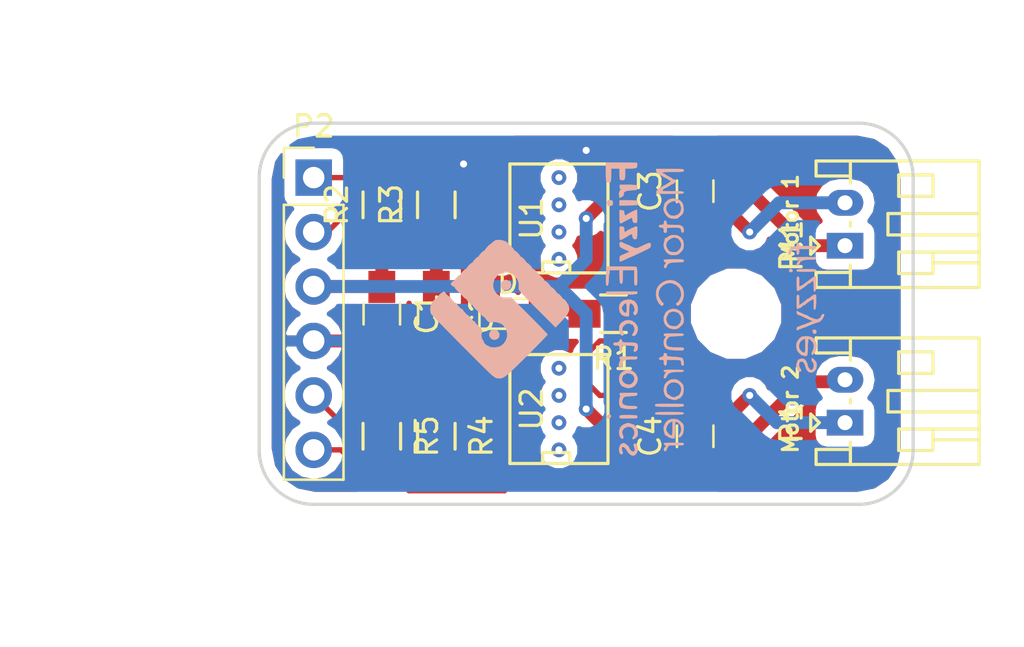
<source format=kicad_pcb>
(kicad_pcb (version 4) (host pcbnew 4.0.5-e0-6337~49~ubuntu16.04.1)

  (general
    (links 35)
    (no_connects 2)
    (area 161.214999 79.934999 191.845001 97.865001)
    (thickness 1.6)
    (drawings 12)
    (tracks 115)
    (zones 0)
    (modules 17)
    (nets 12)
  )

  (page A4)
  (layers
    (0 F.Cu signal)
    (31 B.Cu signal)
    (32 B.Adhes user)
    (33 F.Adhes user)
    (34 B.Paste user)
    (35 F.Paste user)
    (36 B.SilkS user)
    (37 F.SilkS user)
    (38 B.Mask user)
    (39 F.Mask user)
    (40 Dwgs.User user)
    (41 Cmts.User user)
    (42 Eco1.User user)
    (43 Eco2.User user)
    (44 Edge.Cuts user)
    (45 Margin user)
    (46 B.CrtYd user)
    (47 F.CrtYd user)
    (48 B.Fab user)
    (49 F.Fab user)
  )

  (setup
    (last_trace_width 0.254)
    (user_trace_width 0.1524)
    (user_trace_width 0.2)
    (user_trace_width 0.25)
    (user_trace_width 0.3)
    (user_trace_width 0.4)
    (user_trace_width 0.5)
    (user_trace_width 0.6)
    (trace_clearance 0.254)
    (zone_clearance 0.508)
    (zone_45_only no)
    (trace_min 0.1524)
    (segment_width 0.2)
    (edge_width 0.15)
    (via_size 0.6858)
    (via_drill 0.3302)
    (via_min_size 0.6858)
    (via_min_drill 0.3302)
    (uvia_size 0.508)
    (uvia_drill 0.127)
    (uvias_allowed no)
    (uvia_min_size 0.508)
    (uvia_min_drill 0.127)
    (pcb_text_width 0.3)
    (pcb_text_size 1.5 1.5)
    (mod_edge_width 0.15)
    (mod_text_size 1 1)
    (mod_text_width 0.15)
    (pad_size 1.524 1.524)
    (pad_drill 0.762)
    (pad_to_mask_clearance 0.2)
    (aux_axis_origin 0 0)
    (visible_elements FFFFFF7F)
    (pcbplotparams
      (layerselection 0x00030_80000001)
      (usegerberextensions false)
      (excludeedgelayer true)
      (linewidth 0.100000)
      (plotframeref false)
      (viasonmask false)
      (mode 1)
      (useauxorigin false)
      (hpglpennumber 1)
      (hpglpenspeed 20)
      (hpglpendiameter 15)
      (hpglpenoverlay 2)
      (psnegative false)
      (psa4output false)
      (plotreference true)
      (plotvalue true)
      (plotinvisibletext false)
      (padsonsilk false)
      (subtractmaskfromsilk false)
      (outputformat 1)
      (mirror false)
      (drillshape 0)
      (scaleselection 1)
      (outputdirectory ""))
  )

  (net 0 "")
  (net 1 VCC)
  (net 2 GND)
  (net 3 "Net-(C3-Pad1)")
  (net 4 "Net-(C3-Pad2)")
  (net 5 "Net-(C4-Pad1)")
  (net 6 "Net-(C4-Pad2)")
  (net 7 "Net-(D1-Pad2)")
  (net 8 "Net-(P2-Pad1)")
  (net 9 "Net-(P2-Pad2)")
  (net 10 "Net-(P2-Pad5)")
  (net 11 "Net-(P2-Pad6)")

  (net_class Default "This is the default net class."
    (clearance 0.254)
    (trace_width 0.254)
    (via_dia 0.6858)
    (via_drill 0.3302)
    (uvia_dia 0.508)
    (uvia_drill 0.127)
    (add_net GND)
    (add_net "Net-(C3-Pad1)")
    (add_net "Net-(C3-Pad2)")
    (add_net "Net-(C4-Pad1)")
    (add_net "Net-(C4-Pad2)")
    (add_net "Net-(D1-Pad2)")
    (add_net "Net-(P2-Pad1)")
    (add_net "Net-(P2-Pad2)")
    (add_net "Net-(P2-Pad5)")
    (add_net "Net-(P2-Pad6)")
    (add_net VCC)
  )

  (net_class 0.2mm ""
    (clearance 0.2)
    (trace_width 0.2)
    (via_dia 0.6858)
    (via_drill 0.3302)
    (uvia_dia 0.508)
    (uvia_drill 0.127)
  )

  (net_class minimal ""
    (clearance 0.1524)
    (trace_width 0.1524)
    (via_dia 0.6858)
    (via_drill 0.3302)
    (uvia_dia 0.508)
    (uvia_drill 0.127)
  )

  (module Capacitors_SMD:C_0805_HandSoldering (layer F.Cu) (tedit 541A9B8D) (tstamp 58EB7979)
    (at 167.005 88.9 270)
    (descr "Capacitor SMD 0805, hand soldering")
    (tags "capacitor 0805")
    (path /58EBB1AD)
    (attr smd)
    (fp_text reference C1 (at 0 -2.1 270) (layer F.SilkS)
      (effects (font (size 1 1) (thickness 0.15)))
    )
    (fp_text value 10uF (at 0 2.1 270) (layer F.Fab)
      (effects (font (size 1 1) (thickness 0.15)))
    )
    (fp_line (start -1 0.625) (end -1 -0.625) (layer F.Fab) (width 0.1))
    (fp_line (start 1 0.625) (end -1 0.625) (layer F.Fab) (width 0.1))
    (fp_line (start 1 -0.625) (end 1 0.625) (layer F.Fab) (width 0.1))
    (fp_line (start -1 -0.625) (end 1 -0.625) (layer F.Fab) (width 0.1))
    (fp_line (start -2.3 -1) (end 2.3 -1) (layer F.CrtYd) (width 0.05))
    (fp_line (start -2.3 1) (end 2.3 1) (layer F.CrtYd) (width 0.05))
    (fp_line (start -2.3 -1) (end -2.3 1) (layer F.CrtYd) (width 0.05))
    (fp_line (start 2.3 -1) (end 2.3 1) (layer F.CrtYd) (width 0.05))
    (fp_line (start 0.5 -0.85) (end -0.5 -0.85) (layer F.SilkS) (width 0.12))
    (fp_line (start -0.5 0.85) (end 0.5 0.85) (layer F.SilkS) (width 0.12))
    (pad 1 smd rect (at -1.25 0 270) (size 1.5 1.25) (layers F.Cu F.Paste F.Mask)
      (net 1 VCC))
    (pad 2 smd rect (at 1.25 0 270) (size 1.5 1.25) (layers F.Cu F.Paste F.Mask)
      (net 2 GND))
    (model Capacitors_SMD.3dshapes/C_0805_HandSoldering.wrl
      (at (xyz 0 0 0))
      (scale (xyz 1 1 1))
      (rotate (xyz 0 0 0))
    )
  )

  (module Capacitors_SMD:C_0805_HandSoldering (layer F.Cu) (tedit 541A9B8D) (tstamp 58EB797F)
    (at 169.545 88.9 270)
    (descr "Capacitor SMD 0805, hand soldering")
    (tags "capacitor 0805")
    (path /58EBB323)
    (attr smd)
    (fp_text reference C2 (at 0 -2.1 270) (layer F.SilkS)
      (effects (font (size 1 1) (thickness 0.15)))
    )
    (fp_text value 0.1uF (at 0 2.1 270) (layer F.Fab)
      (effects (font (size 1 1) (thickness 0.15)))
    )
    (fp_line (start -1 0.625) (end -1 -0.625) (layer F.Fab) (width 0.1))
    (fp_line (start 1 0.625) (end -1 0.625) (layer F.Fab) (width 0.1))
    (fp_line (start 1 -0.625) (end 1 0.625) (layer F.Fab) (width 0.1))
    (fp_line (start -1 -0.625) (end 1 -0.625) (layer F.Fab) (width 0.1))
    (fp_line (start -2.3 -1) (end 2.3 -1) (layer F.CrtYd) (width 0.05))
    (fp_line (start -2.3 1) (end 2.3 1) (layer F.CrtYd) (width 0.05))
    (fp_line (start -2.3 -1) (end -2.3 1) (layer F.CrtYd) (width 0.05))
    (fp_line (start 2.3 -1) (end 2.3 1) (layer F.CrtYd) (width 0.05))
    (fp_line (start 0.5 -0.85) (end -0.5 -0.85) (layer F.SilkS) (width 0.12))
    (fp_line (start -0.5 0.85) (end 0.5 0.85) (layer F.SilkS) (width 0.12))
    (pad 1 smd rect (at -1.25 0 270) (size 1.5 1.25) (layers F.Cu F.Paste F.Mask)
      (net 1 VCC))
    (pad 2 smd rect (at 1.25 0 270) (size 1.5 1.25) (layers F.Cu F.Paste F.Mask)
      (net 2 GND))
    (model Capacitors_SMD.3dshapes/C_0805_HandSoldering.wrl
      (at (xyz 0 0 0))
      (scale (xyz 1 1 1))
      (rotate (xyz 0 0 0))
    )
  )

  (module Capacitors_SMD:C_0805_HandSoldering (layer F.Cu) (tedit 541A9B8D) (tstamp 58EB7985)
    (at 181.61 83.185 90)
    (descr "Capacitor SMD 0805, hand soldering")
    (tags "capacitor 0805")
    (path /58EB7946)
    (attr smd)
    (fp_text reference C3 (at 0 -2.1 90) (layer F.SilkS)
      (effects (font (size 1 1) (thickness 0.15)))
    )
    (fp_text value 0.1uF (at 0 2.1 90) (layer F.Fab)
      (effects (font (size 1 1) (thickness 0.15)))
    )
    (fp_line (start -1 0.625) (end -1 -0.625) (layer F.Fab) (width 0.1))
    (fp_line (start 1 0.625) (end -1 0.625) (layer F.Fab) (width 0.1))
    (fp_line (start 1 -0.625) (end 1 0.625) (layer F.Fab) (width 0.1))
    (fp_line (start -1 -0.625) (end 1 -0.625) (layer F.Fab) (width 0.1))
    (fp_line (start -2.3 -1) (end 2.3 -1) (layer F.CrtYd) (width 0.05))
    (fp_line (start -2.3 1) (end 2.3 1) (layer F.CrtYd) (width 0.05))
    (fp_line (start -2.3 -1) (end -2.3 1) (layer F.CrtYd) (width 0.05))
    (fp_line (start 2.3 -1) (end 2.3 1) (layer F.CrtYd) (width 0.05))
    (fp_line (start 0.5 -0.85) (end -0.5 -0.85) (layer F.SilkS) (width 0.12))
    (fp_line (start -0.5 0.85) (end 0.5 0.85) (layer F.SilkS) (width 0.12))
    (pad 1 smd rect (at -1.25 0 90) (size 1.5 1.25) (layers F.Cu F.Paste F.Mask)
      (net 3 "Net-(C3-Pad1)"))
    (pad 2 smd rect (at 1.25 0 90) (size 1.5 1.25) (layers F.Cu F.Paste F.Mask)
      (net 4 "Net-(C3-Pad2)"))
    (model Capacitors_SMD.3dshapes/C_0805_HandSoldering.wrl
      (at (xyz 0 0 0))
      (scale (xyz 1 1 1))
      (rotate (xyz 0 0 0))
    )
  )

  (module Capacitors_SMD:C_0805_HandSoldering (layer F.Cu) (tedit 58EBCD26) (tstamp 58EB798B)
    (at 181.61 94.615 90)
    (descr "Capacitor SMD 0805, hand soldering")
    (tags "capacitor 0805")
    (path /58EB79B1)
    (attr smd)
    (fp_text reference C4 (at 0 -2.1 90) (layer F.SilkS)
      (effects (font (size 1 1) (thickness 0.15)))
    )
    (fp_text value 0.1uF (at -6.35 2.54 90) (layer F.Fab)
      (effects (font (size 1 1) (thickness 0.15)))
    )
    (fp_line (start -1 0.625) (end -1 -0.625) (layer F.Fab) (width 0.1))
    (fp_line (start 1 0.625) (end -1 0.625) (layer F.Fab) (width 0.1))
    (fp_line (start 1 -0.625) (end 1 0.625) (layer F.Fab) (width 0.1))
    (fp_line (start -1 -0.625) (end 1 -0.625) (layer F.Fab) (width 0.1))
    (fp_line (start -2.3 -1) (end 2.3 -1) (layer F.CrtYd) (width 0.05))
    (fp_line (start -2.3 1) (end 2.3 1) (layer F.CrtYd) (width 0.05))
    (fp_line (start -2.3 -1) (end -2.3 1) (layer F.CrtYd) (width 0.05))
    (fp_line (start 2.3 -1) (end 2.3 1) (layer F.CrtYd) (width 0.05))
    (fp_line (start 0.5 -0.85) (end -0.5 -0.85) (layer F.SilkS) (width 0.12))
    (fp_line (start -0.5 0.85) (end 0.5 0.85) (layer F.SilkS) (width 0.12))
    (pad 1 smd rect (at -1.25 0 90) (size 1.5 1.25) (layers F.Cu F.Paste F.Mask)
      (net 5 "Net-(C4-Pad1)"))
    (pad 2 smd rect (at 1.25 0 90) (size 1.5 1.25) (layers F.Cu F.Paste F.Mask)
      (net 6 "Net-(C4-Pad2)"))
    (model Capacitors_SMD.3dshapes/C_0805_HandSoldering.wrl
      (at (xyz 0 0 0))
      (scale (xyz 1 1 1))
      (rotate (xyz 0 0 0))
    )
  )

  (module LEDs:LED_0805 (layer F.Cu) (tedit 57FE93EC) (tstamp 58EB7991)
    (at 173.355 88.9)
    (descr "LED 0805 smd package")
    (tags "LED led 0805 SMD smd SMT smt smdled SMDLED smtled SMTLED")
    (path /58EB7A74)
    (attr smd)
    (fp_text reference D1 (at 0 -1.45) (layer F.SilkS)
      (effects (font (size 1 1) (thickness 0.15)))
    )
    (fp_text value LED (at 0 1.55) (layer F.Fab)
      (effects (font (size 1 1) (thickness 0.15)))
    )
    (fp_line (start -1.8 -0.7) (end -1.8 0.7) (layer F.SilkS) (width 0.12))
    (fp_line (start -0.4 -0.4) (end -0.4 0.4) (layer F.Fab) (width 0.1))
    (fp_line (start -0.4 0) (end 0.2 -0.4) (layer F.Fab) (width 0.1))
    (fp_line (start 0.2 0.4) (end -0.4 0) (layer F.Fab) (width 0.1))
    (fp_line (start 0.2 -0.4) (end 0.2 0.4) (layer F.Fab) (width 0.1))
    (fp_line (start 1 0.6) (end -1 0.6) (layer F.Fab) (width 0.1))
    (fp_line (start 1 -0.6) (end 1 0.6) (layer F.Fab) (width 0.1))
    (fp_line (start -1 -0.6) (end 1 -0.6) (layer F.Fab) (width 0.1))
    (fp_line (start -1 0.6) (end -1 -0.6) (layer F.Fab) (width 0.1))
    (fp_line (start -1.8 0.7) (end 1 0.7) (layer F.SilkS) (width 0.12))
    (fp_line (start -1.8 -0.7) (end 1 -0.7) (layer F.SilkS) (width 0.12))
    (fp_line (start 1.95 -0.85) (end 1.95 0.85) (layer F.CrtYd) (width 0.05))
    (fp_line (start 1.95 0.85) (end -1.95 0.85) (layer F.CrtYd) (width 0.05))
    (fp_line (start -1.95 0.85) (end -1.95 -0.85) (layer F.CrtYd) (width 0.05))
    (fp_line (start -1.95 -0.85) (end 1.95 -0.85) (layer F.CrtYd) (width 0.05))
    (pad 2 smd rect (at 1.1 0 180) (size 1.2 1.2) (layers F.Cu F.Paste F.Mask)
      (net 7 "Net-(D1-Pad2)"))
    (pad 1 smd rect (at -1.1 0 180) (size 1.2 1.2) (layers F.Cu F.Paste F.Mask)
      (net 2 GND))
    (model LEDs.3dshapes/LED_0805.wrl
      (at (xyz 0 0 0))
      (scale (xyz 1 1 1))
      (rotate (xyz 0 0 180))
    )
  )

  (module Connectors_JST:JST_PH_S2B-PH-K_02x2.00mm_Angled (layer F.Cu) (tedit 56B07786) (tstamp 58EB7997)
    (at 188.595 85.725 90)
    (descr http://www.jst-mfg.com/product/pdf/eng/ePH.pdf)
    (tags "connector jst ph")
    (path /58EB7E66)
    (fp_text reference P!1 (at 0 -2.5 90) (layer F.SilkS)
      (effects (font (size 1 1) (thickness 0.15)))
    )
    (fp_text value MOTOR_1 (at 1 7.5 90) (layer F.Fab)
      (effects (font (size 1 1) (thickness 0.15)))
    )
    (fp_line (start 0.5 6.25) (end 0.5 2) (layer F.SilkS) (width 0.15))
    (fp_line (start 0.5 2) (end 1.5 2) (layer F.SilkS) (width 0.15))
    (fp_line (start 1.5 2) (end 1.5 6.25) (layer F.SilkS) (width 0.15))
    (fp_line (start -0.9 0.25) (end -1.25 0.25) (layer F.SilkS) (width 0.15))
    (fp_line (start -1.25 0.25) (end -1.25 -1.35) (layer F.SilkS) (width 0.15))
    (fp_line (start -1.25 -1.35) (end -1.95 -1.35) (layer F.SilkS) (width 0.15))
    (fp_line (start -1.95 -1.35) (end -1.95 6.25) (layer F.SilkS) (width 0.15))
    (fp_line (start -1.95 6.25) (end 3.95 6.25) (layer F.SilkS) (width 0.15))
    (fp_line (start 3.95 6.25) (end 3.95 -1.35) (layer F.SilkS) (width 0.15))
    (fp_line (start 3.95 -1.35) (end 3.25 -1.35) (layer F.SilkS) (width 0.15))
    (fp_line (start 3.25 -1.35) (end 3.25 0.25) (layer F.SilkS) (width 0.15))
    (fp_line (start 3.25 0.25) (end 2.9 0.25) (layer F.SilkS) (width 0.15))
    (fp_line (start 0 -1.2) (end -0.4 -1.6) (layer F.SilkS) (width 0.15))
    (fp_line (start -0.4 -1.6) (end 0.4 -1.6) (layer F.SilkS) (width 0.15))
    (fp_line (start 0.4 -1.6) (end 0 -1.2) (layer F.SilkS) (width 0.15))
    (fp_line (start -1.95 0.25) (end -1.25 0.25) (layer F.SilkS) (width 0.15))
    (fp_line (start 3.95 0.25) (end 3.25 0.25) (layer F.SilkS) (width 0.15))
    (fp_line (start -1.3 2.5) (end -1.3 4.1) (layer F.SilkS) (width 0.15))
    (fp_line (start -1.3 4.1) (end -0.3 4.1) (layer F.SilkS) (width 0.15))
    (fp_line (start -0.3 4.1) (end -0.3 2.5) (layer F.SilkS) (width 0.15))
    (fp_line (start -0.3 2.5) (end -1.3 2.5) (layer F.SilkS) (width 0.15))
    (fp_line (start 3.3 2.5) (end 3.3 4.1) (layer F.SilkS) (width 0.15))
    (fp_line (start 3.3 4.1) (end 2.3 4.1) (layer F.SilkS) (width 0.15))
    (fp_line (start 2.3 4.1) (end 2.3 2.5) (layer F.SilkS) (width 0.15))
    (fp_line (start 2.3 2.5) (end 3.3 2.5) (layer F.SilkS) (width 0.15))
    (fp_line (start -0.3 4.1) (end -0.3 6.25) (layer F.SilkS) (width 0.15))
    (fp_line (start -0.8 4.1) (end -0.8 6.25) (layer F.SilkS) (width 0.15))
    (fp_line (start 0.9 0.25) (end 1.1 0.25) (layer F.SilkS) (width 0.15))
    (fp_line (start -2.45 6.75) (end -2.45 -1.85) (layer F.CrtYd) (width 0.05))
    (fp_line (start -2.45 -1.85) (end 4.45 -1.85) (layer F.CrtYd) (width 0.05))
    (fp_line (start 4.45 -1.85) (end 4.45 6.75) (layer F.CrtYd) (width 0.05))
    (fp_line (start 4.45 6.75) (end -2.45 6.75) (layer F.CrtYd) (width 0.05))
    (pad 1 thru_hole rect (at 0 0 90) (size 1.2 1.7) (drill 0.7) (layers *.Cu *.Mask)
      (net 4 "Net-(C3-Pad2)"))
    (pad 2 thru_hole oval (at 2 0 90) (size 1.2 1.7) (drill 0.7) (layers *.Cu *.Mask)
      (net 3 "Net-(C3-Pad1)"))
    (model ../../../../../home/david/Escritorio/hola/walter/conn_jst-ph/s2b-ph-kl.wrl
      (at (xyz 0.04 0 0))
      (scale (xyz 1 1 1))
      (rotate (xyz 0 0 0))
    )
  )

  (module Connectors_JST:JST_PH_S2B-PH-K_02x2.00mm_Angled (layer F.Cu) (tedit 56B07786) (tstamp 58EB799D)
    (at 188.595 93.98 90)
    (descr http://www.jst-mfg.com/product/pdf/eng/ePH.pdf)
    (tags "connector jst ph")
    (path /58EB7EFB)
    (fp_text reference P1 (at 0 -2.5 90) (layer F.SilkS)
      (effects (font (size 1 1) (thickness 0.15)))
    )
    (fp_text value MOTOR_2 (at 1 7.5 90) (layer F.Fab)
      (effects (font (size 1 1) (thickness 0.15)))
    )
    (fp_line (start 0.5 6.25) (end 0.5 2) (layer F.SilkS) (width 0.15))
    (fp_line (start 0.5 2) (end 1.5 2) (layer F.SilkS) (width 0.15))
    (fp_line (start 1.5 2) (end 1.5 6.25) (layer F.SilkS) (width 0.15))
    (fp_line (start -0.9 0.25) (end -1.25 0.25) (layer F.SilkS) (width 0.15))
    (fp_line (start -1.25 0.25) (end -1.25 -1.35) (layer F.SilkS) (width 0.15))
    (fp_line (start -1.25 -1.35) (end -1.95 -1.35) (layer F.SilkS) (width 0.15))
    (fp_line (start -1.95 -1.35) (end -1.95 6.25) (layer F.SilkS) (width 0.15))
    (fp_line (start -1.95 6.25) (end 3.95 6.25) (layer F.SilkS) (width 0.15))
    (fp_line (start 3.95 6.25) (end 3.95 -1.35) (layer F.SilkS) (width 0.15))
    (fp_line (start 3.95 -1.35) (end 3.25 -1.35) (layer F.SilkS) (width 0.15))
    (fp_line (start 3.25 -1.35) (end 3.25 0.25) (layer F.SilkS) (width 0.15))
    (fp_line (start 3.25 0.25) (end 2.9 0.25) (layer F.SilkS) (width 0.15))
    (fp_line (start 0 -1.2) (end -0.4 -1.6) (layer F.SilkS) (width 0.15))
    (fp_line (start -0.4 -1.6) (end 0.4 -1.6) (layer F.SilkS) (width 0.15))
    (fp_line (start 0.4 -1.6) (end 0 -1.2) (layer F.SilkS) (width 0.15))
    (fp_line (start -1.95 0.25) (end -1.25 0.25) (layer F.SilkS) (width 0.15))
    (fp_line (start 3.95 0.25) (end 3.25 0.25) (layer F.SilkS) (width 0.15))
    (fp_line (start -1.3 2.5) (end -1.3 4.1) (layer F.SilkS) (width 0.15))
    (fp_line (start -1.3 4.1) (end -0.3 4.1) (layer F.SilkS) (width 0.15))
    (fp_line (start -0.3 4.1) (end -0.3 2.5) (layer F.SilkS) (width 0.15))
    (fp_line (start -0.3 2.5) (end -1.3 2.5) (layer F.SilkS) (width 0.15))
    (fp_line (start 3.3 2.5) (end 3.3 4.1) (layer F.SilkS) (width 0.15))
    (fp_line (start 3.3 4.1) (end 2.3 4.1) (layer F.SilkS) (width 0.15))
    (fp_line (start 2.3 4.1) (end 2.3 2.5) (layer F.SilkS) (width 0.15))
    (fp_line (start 2.3 2.5) (end 3.3 2.5) (layer F.SilkS) (width 0.15))
    (fp_line (start -0.3 4.1) (end -0.3 6.25) (layer F.SilkS) (width 0.15))
    (fp_line (start -0.8 4.1) (end -0.8 6.25) (layer F.SilkS) (width 0.15))
    (fp_line (start 0.9 0.25) (end 1.1 0.25) (layer F.SilkS) (width 0.15))
    (fp_line (start -2.45 6.75) (end -2.45 -1.85) (layer F.CrtYd) (width 0.05))
    (fp_line (start -2.45 -1.85) (end 4.45 -1.85) (layer F.CrtYd) (width 0.05))
    (fp_line (start 4.45 -1.85) (end 4.45 6.75) (layer F.CrtYd) (width 0.05))
    (fp_line (start 4.45 6.75) (end -2.45 6.75) (layer F.CrtYd) (width 0.05))
    (pad 1 thru_hole rect (at 0 0 90) (size 1.2 1.7) (drill 0.7) (layers *.Cu *.Mask)
      (net 6 "Net-(C4-Pad2)"))
    (pad 2 thru_hole oval (at 2 0 90) (size 1.2 1.7) (drill 0.7) (layers *.Cu *.Mask)
      (net 5 "Net-(C4-Pad1)"))
    (model ../../../../../home/david/Escritorio/hola/walter/conn_jst-ph/s2b-ph-kl.wrl
      (at (xyz 0.04 0 0))
      (scale (xyz 1 1 1))
      (rotate (xyz 0 0 0))
    )
  )

  (module Pin_Headers:Pin_Header_Straight_1x06_Pitch2.54mm (layer F.Cu) (tedit 58EBCD2A) (tstamp 58EB79A7)
    (at 163.83 82.55)
    (descr "Through hole straight pin header, 1x06, 2.54mm pitch, single row")
    (tags "Through hole pin header THT 1x06 2.54mm single row")
    (path /58EB7E0D)
    (fp_text reference P2 (at 0 -2.39) (layer F.SilkS)
      (effects (font (size 1 1) (thickness 0.15)))
    )
    (fp_text value CONN_01X06 (at 0.635 17.145) (layer F.Fab)
      (effects (font (size 1 1) (thickness 0.15)))
    )
    (fp_line (start -1.27 -1.27) (end -1.27 13.97) (layer F.Fab) (width 0.1))
    (fp_line (start -1.27 13.97) (end 1.27 13.97) (layer F.Fab) (width 0.1))
    (fp_line (start 1.27 13.97) (end 1.27 -1.27) (layer F.Fab) (width 0.1))
    (fp_line (start 1.27 -1.27) (end -1.27 -1.27) (layer F.Fab) (width 0.1))
    (fp_line (start -1.39 1.27) (end -1.39 14.09) (layer F.SilkS) (width 0.12))
    (fp_line (start -1.39 14.09) (end 1.39 14.09) (layer F.SilkS) (width 0.12))
    (fp_line (start 1.39 14.09) (end 1.39 1.27) (layer F.SilkS) (width 0.12))
    (fp_line (start 1.39 1.27) (end -1.39 1.27) (layer F.SilkS) (width 0.12))
    (fp_line (start -1.39 0) (end -1.39 -1.39) (layer F.SilkS) (width 0.12))
    (fp_line (start -1.39 -1.39) (end 0 -1.39) (layer F.SilkS) (width 0.12))
    (fp_line (start -1.6 -1.6) (end -1.6 14.3) (layer F.CrtYd) (width 0.05))
    (fp_line (start -1.6 14.3) (end 1.6 14.3) (layer F.CrtYd) (width 0.05))
    (fp_line (start 1.6 14.3) (end 1.6 -1.6) (layer F.CrtYd) (width 0.05))
    (fp_line (start 1.6 -1.6) (end -1.6 -1.6) (layer F.CrtYd) (width 0.05))
    (pad 1 thru_hole rect (at 0 0) (size 1.7 1.7) (drill 1) (layers *.Cu *.Mask)
      (net 8 "Net-(P2-Pad1)"))
    (pad 2 thru_hole oval (at 0 2.54) (size 1.7 1.7) (drill 1) (layers *.Cu *.Mask)
      (net 9 "Net-(P2-Pad2)"))
    (pad 3 thru_hole oval (at 0 5.08) (size 1.7 1.7) (drill 1) (layers *.Cu *.Mask)
      (net 1 VCC))
    (pad 4 thru_hole oval (at 0 7.62) (size 1.7 1.7) (drill 1) (layers *.Cu *.Mask)
      (net 2 GND))
    (pad 5 thru_hole oval (at 0 10.16) (size 1.7 1.7) (drill 1) (layers *.Cu *.Mask)
      (net 10 "Net-(P2-Pad5)"))
    (pad 6 thru_hole oval (at 0 12.7) (size 1.7 1.7) (drill 1) (layers *.Cu *.Mask)
      (net 11 "Net-(P2-Pad6)"))
    (model Pin_Headers.3dshapes/Pin_Header_Straight_1x06_Pitch2.54mm.wrl
      (at (xyz 0 -0.25 0))
      (scale (xyz 1 1 1))
      (rotate (xyz 0 0 90))
    )
  )

  (module Resistors_SMD:R_0805_HandSoldering (layer F.Cu) (tedit 58307B90) (tstamp 58EB79AD)
    (at 177.8 88.9 180)
    (descr "Resistor SMD 0805, hand soldering")
    (tags "resistor 0805")
    (path /58EBA8D6)
    (attr smd)
    (fp_text reference R1 (at 0 -2.1 180) (layer F.SilkS)
      (effects (font (size 1 1) (thickness 0.15)))
    )
    (fp_text value 1K (at 0 2.1 180) (layer F.Fab)
      (effects (font (size 1 1) (thickness 0.15)))
    )
    (fp_line (start -1 0.625) (end -1 -0.625) (layer F.Fab) (width 0.1))
    (fp_line (start 1 0.625) (end -1 0.625) (layer F.Fab) (width 0.1))
    (fp_line (start 1 -0.625) (end 1 0.625) (layer F.Fab) (width 0.1))
    (fp_line (start -1 -0.625) (end 1 -0.625) (layer F.Fab) (width 0.1))
    (fp_line (start -2.4 -1) (end 2.4 -1) (layer F.CrtYd) (width 0.05))
    (fp_line (start -2.4 1) (end 2.4 1) (layer F.CrtYd) (width 0.05))
    (fp_line (start -2.4 -1) (end -2.4 1) (layer F.CrtYd) (width 0.05))
    (fp_line (start 2.4 -1) (end 2.4 1) (layer F.CrtYd) (width 0.05))
    (fp_line (start 0.6 0.875) (end -0.6 0.875) (layer F.SilkS) (width 0.15))
    (fp_line (start -0.6 -0.875) (end 0.6 -0.875) (layer F.SilkS) (width 0.15))
    (pad 1 smd rect (at -1.35 0 180) (size 1.5 1.3) (layers F.Cu F.Paste F.Mask)
      (net 1 VCC))
    (pad 2 smd rect (at 1.35 0 180) (size 1.5 1.3) (layers F.Cu F.Paste F.Mask)
      (net 7 "Net-(D1-Pad2)"))
    (model Resistors_SMD.3dshapes/R_0805_HandSoldering.wrl
      (at (xyz 0 0 0))
      (scale (xyz 1 1 1))
      (rotate (xyz 0 0 0))
    )
  )

  (module Resistors_SMD:R_0805_HandSoldering (layer F.Cu) (tedit 58307B90) (tstamp 58EB79B3)
    (at 167.005 83.82 90)
    (descr "Resistor SMD 0805, hand soldering")
    (tags "resistor 0805")
    (path /58EB7A1F)
    (attr smd)
    (fp_text reference R2 (at 0 -2.1 90) (layer F.SilkS)
      (effects (font (size 1 1) (thickness 0.15)))
    )
    (fp_text value 10K (at 0 2.1 90) (layer F.Fab)
      (effects (font (size 1 1) (thickness 0.15)))
    )
    (fp_line (start -1 0.625) (end -1 -0.625) (layer F.Fab) (width 0.1))
    (fp_line (start 1 0.625) (end -1 0.625) (layer F.Fab) (width 0.1))
    (fp_line (start 1 -0.625) (end 1 0.625) (layer F.Fab) (width 0.1))
    (fp_line (start -1 -0.625) (end 1 -0.625) (layer F.Fab) (width 0.1))
    (fp_line (start -2.4 -1) (end 2.4 -1) (layer F.CrtYd) (width 0.05))
    (fp_line (start -2.4 1) (end 2.4 1) (layer F.CrtYd) (width 0.05))
    (fp_line (start -2.4 -1) (end -2.4 1) (layer F.CrtYd) (width 0.05))
    (fp_line (start 2.4 -1) (end 2.4 1) (layer F.CrtYd) (width 0.05))
    (fp_line (start 0.6 0.875) (end -0.6 0.875) (layer F.SilkS) (width 0.15))
    (fp_line (start -0.6 -0.875) (end 0.6 -0.875) (layer F.SilkS) (width 0.15))
    (pad 1 smd rect (at -1.35 0 90) (size 1.5 1.3) (layers F.Cu F.Paste F.Mask)
      (net 1 VCC))
    (pad 2 smd rect (at 1.35 0 90) (size 1.5 1.3) (layers F.Cu F.Paste F.Mask)
      (net 8 "Net-(P2-Pad1)"))
    (model Resistors_SMD.3dshapes/R_0805_HandSoldering.wrl
      (at (xyz 0 0 0))
      (scale (xyz 1 1 1))
      (rotate (xyz 0 0 0))
    )
  )

  (module Resistors_SMD:R_0805_HandSoldering (layer F.Cu) (tedit 58307B90) (tstamp 58EB79B9)
    (at 169.545 83.82 90)
    (descr "Resistor SMD 0805, hand soldering")
    (tags "resistor 0805")
    (path /58EB9964)
    (attr smd)
    (fp_text reference R3 (at 0 -2.1 90) (layer F.SilkS)
      (effects (font (size 1 1) (thickness 0.15)))
    )
    (fp_text value 10K (at 0 2.1 90) (layer F.Fab)
      (effects (font (size 1 1) (thickness 0.15)))
    )
    (fp_line (start -1 0.625) (end -1 -0.625) (layer F.Fab) (width 0.1))
    (fp_line (start 1 0.625) (end -1 0.625) (layer F.Fab) (width 0.1))
    (fp_line (start 1 -0.625) (end 1 0.625) (layer F.Fab) (width 0.1))
    (fp_line (start -1 -0.625) (end 1 -0.625) (layer F.Fab) (width 0.1))
    (fp_line (start -2.4 -1) (end 2.4 -1) (layer F.CrtYd) (width 0.05))
    (fp_line (start -2.4 1) (end 2.4 1) (layer F.CrtYd) (width 0.05))
    (fp_line (start -2.4 -1) (end -2.4 1) (layer F.CrtYd) (width 0.05))
    (fp_line (start 2.4 -1) (end 2.4 1) (layer F.CrtYd) (width 0.05))
    (fp_line (start 0.6 0.875) (end -0.6 0.875) (layer F.SilkS) (width 0.15))
    (fp_line (start -0.6 -0.875) (end 0.6 -0.875) (layer F.SilkS) (width 0.15))
    (pad 1 smd rect (at -1.35 0 90) (size 1.5 1.3) (layers F.Cu F.Paste F.Mask)
      (net 1 VCC))
    (pad 2 smd rect (at 1.35 0 90) (size 1.5 1.3) (layers F.Cu F.Paste F.Mask)
      (net 9 "Net-(P2-Pad2)"))
    (model Resistors_SMD.3dshapes/R_0805_HandSoldering.wrl
      (at (xyz 0 0 0))
      (scale (xyz 1 1 1))
      (rotate (xyz 0 0 0))
    )
  )

  (module Resistors_SMD:R_0805_HandSoldering (layer F.Cu) (tedit 58EBCD34) (tstamp 58EB79BF)
    (at 169.545 94.615 270)
    (descr "Resistor SMD 0805, hand soldering")
    (tags "resistor 0805")
    (path /58EB9996)
    (attr smd)
    (fp_text reference R4 (at 0 -2.1 270) (layer F.SilkS)
      (effects (font (size 1 1) (thickness 0.15)))
    )
    (fp_text value 10K (at 8.255 -3.81 270) (layer F.Fab)
      (effects (font (size 1 1) (thickness 0.15)))
    )
    (fp_line (start -1 0.625) (end -1 -0.625) (layer F.Fab) (width 0.1))
    (fp_line (start 1 0.625) (end -1 0.625) (layer F.Fab) (width 0.1))
    (fp_line (start 1 -0.625) (end 1 0.625) (layer F.Fab) (width 0.1))
    (fp_line (start -1 -0.625) (end 1 -0.625) (layer F.Fab) (width 0.1))
    (fp_line (start -2.4 -1) (end 2.4 -1) (layer F.CrtYd) (width 0.05))
    (fp_line (start -2.4 1) (end 2.4 1) (layer F.CrtYd) (width 0.05))
    (fp_line (start -2.4 -1) (end -2.4 1) (layer F.CrtYd) (width 0.05))
    (fp_line (start 2.4 -1) (end 2.4 1) (layer F.CrtYd) (width 0.05))
    (fp_line (start 0.6 0.875) (end -0.6 0.875) (layer F.SilkS) (width 0.15))
    (fp_line (start -0.6 -0.875) (end 0.6 -0.875) (layer F.SilkS) (width 0.15))
    (pad 1 smd rect (at -1.35 0 270) (size 1.5 1.3) (layers F.Cu F.Paste F.Mask)
      (net 1 VCC))
    (pad 2 smd rect (at 1.35 0 270) (size 1.5 1.3) (layers F.Cu F.Paste F.Mask)
      (net 10 "Net-(P2-Pad5)"))
    (model Resistors_SMD.3dshapes/R_0805_HandSoldering.wrl
      (at (xyz 0 0 0))
      (scale (xyz 1 1 1))
      (rotate (xyz 0 0 0))
    )
  )

  (module Resistors_SMD:R_0805_HandSoldering (layer F.Cu) (tedit 58EBCD2E) (tstamp 58EB79C5)
    (at 167.005 94.615 270)
    (descr "Resistor SMD 0805, hand soldering")
    (tags "resistor 0805")
    (path /58EB99CB)
    (attr smd)
    (fp_text reference R5 (at 0 -2.1 270) (layer F.SilkS)
      (effects (font (size 1 1) (thickness 0.15)))
    )
    (fp_text value 10K (at 5.08 -3.81 270) (layer F.Fab)
      (effects (font (size 1 1) (thickness 0.15)))
    )
    (fp_line (start -1 0.625) (end -1 -0.625) (layer F.Fab) (width 0.1))
    (fp_line (start 1 0.625) (end -1 0.625) (layer F.Fab) (width 0.1))
    (fp_line (start 1 -0.625) (end 1 0.625) (layer F.Fab) (width 0.1))
    (fp_line (start -1 -0.625) (end 1 -0.625) (layer F.Fab) (width 0.1))
    (fp_line (start -2.4 -1) (end 2.4 -1) (layer F.CrtYd) (width 0.05))
    (fp_line (start -2.4 1) (end 2.4 1) (layer F.CrtYd) (width 0.05))
    (fp_line (start -2.4 -1) (end -2.4 1) (layer F.CrtYd) (width 0.05))
    (fp_line (start 2.4 -1) (end 2.4 1) (layer F.CrtYd) (width 0.05))
    (fp_line (start 0.6 0.875) (end -0.6 0.875) (layer F.SilkS) (width 0.15))
    (fp_line (start -0.6 -0.875) (end 0.6 -0.875) (layer F.SilkS) (width 0.15))
    (pad 1 smd rect (at -1.35 0 270) (size 1.5 1.3) (layers F.Cu F.Paste F.Mask)
      (net 1 VCC))
    (pad 2 smd rect (at 1.35 0 270) (size 1.5 1.3) (layers F.Cu F.Paste F.Mask)
      (net 11 "Net-(P2-Pad6)"))
    (model Resistors_SMD.3dshapes/R_0805_HandSoldering.wrl
      (at (xyz 0 0 0))
      (scale (xyz 1 1 1))
      (rotate (xyz 0 0 0))
    )
  )

  (module Mounting_Holes:MountingHole_3.2mm_M3_ISO14580 (layer F.Cu) (tedit 58EBC37E) (tstamp 58EB7C5E)
    (at 183.515 88.9)
    (descr "Mounting Hole 3.2mm, no annular, M3, ISO14580")
    (tags "mounting hole 3.2mm no annular m3 iso14580")
    (fp_text reference REF** (at -8.255 15.875) (layer F.SilkS) hide
      (effects (font (size 1 1) (thickness 0.15)))
    )
    (fp_text value MountingHole_3.2mm_M3_ISO14580 (at 0 12.065) (layer F.Fab) hide
      (effects (font (size 1 1) (thickness 0.15)))
    )
    (fp_circle (center 0 0) (end 2.75 0) (layer Cmts.User) (width 0.15))
    (fp_circle (center 0 0) (end 3 0) (layer F.CrtYd) (width 0.05))
    (pad 1 np_thru_hole circle (at 0 0) (size 3.2 3.2) (drill 3.2) (layers *.Cu *.Mask))
  )

  (module SMD_Packages:SOIC-8-N (layer F.Cu) (tedit 0) (tstamp 58EBB45E)
    (at 175.26 84.455 90)
    (descr "Module Narrow CMS SOJ 8 pins large")
    (tags "CMS SOJ")
    (path /58EB772B)
    (attr smd)
    (fp_text reference U1 (at 0 -1.27 90) (layer F.SilkS)
      (effects (font (size 1 1) (thickness 0.15)))
    )
    (fp_text value L9110 (at 0 1.27 90) (layer F.Fab)
      (effects (font (size 1 1) (thickness 0.15)))
    )
    (fp_line (start -2.54 -2.286) (end 2.54 -2.286) (layer F.SilkS) (width 0.15))
    (fp_line (start 2.54 -2.286) (end 2.54 2.286) (layer F.SilkS) (width 0.15))
    (fp_line (start 2.54 2.286) (end -2.54 2.286) (layer F.SilkS) (width 0.15))
    (fp_line (start -2.54 2.286) (end -2.54 -2.286) (layer F.SilkS) (width 0.15))
    (fp_line (start -2.54 -0.762) (end -2.032 -0.762) (layer F.SilkS) (width 0.15))
    (fp_line (start -2.032 -0.762) (end -2.032 0.508) (layer F.SilkS) (width 0.15))
    (fp_line (start -2.032 0.508) (end -2.54 0.508) (layer F.SilkS) (width 0.15))
    (pad 8 smd rect (at -1.905 -3.175 90) (size 0.508 1.143) (layers F.Cu F.Paste F.Mask)
      (net 2 GND))
    (pad 7 smd rect (at -0.635 -3.175 90) (size 0.508 1.143) (layers F.Cu F.Paste F.Mask)
      (net 8 "Net-(P2-Pad1)"))
    (pad 6 smd rect (at 0.635 -3.175 90) (size 0.508 1.143) (layers F.Cu F.Paste F.Mask)
      (net 9 "Net-(P2-Pad2)"))
    (pad 5 smd rect (at 1.905 -3.175 90) (size 0.508 1.143) (layers F.Cu F.Paste F.Mask)
      (net 2 GND))
    (pad 4 smd rect (at 1.905 3.175 90) (size 0.508 1.143) (layers F.Cu F.Paste F.Mask)
      (net 4 "Net-(C3-Pad2)"))
    (pad 3 smd rect (at 0.635 3.175 90) (size 0.508 1.143) (layers F.Cu F.Paste F.Mask)
      (net 1 VCC))
    (pad 2 smd rect (at -0.635 3.175 90) (size 0.508 1.143) (layers F.Cu F.Paste F.Mask)
      (net 1 VCC))
    (pad 1 smd rect (at -1.905 3.175 90) (size 0.508 1.143) (layers F.Cu F.Paste F.Mask)
      (net 3 "Net-(C3-Pad1)"))
    (model SMD_Packages.3dshapes/SOIC-8-N.wrl
      (at (xyz 0 0 0))
      (scale (xyz 0.5 0.38 0.5))
      (rotate (xyz 0 0 0))
    )
  )

  (module SMD_Packages:SOIC-8-N (layer F.Cu) (tedit 0) (tstamp 58EBB469)
    (at 175.26 93.345 90)
    (descr "Module Narrow CMS SOJ 8 pins large")
    (tags "CMS SOJ")
    (path /58EB7852)
    (attr smd)
    (fp_text reference U2 (at 0 -1.27 90) (layer F.SilkS)
      (effects (font (size 1 1) (thickness 0.15)))
    )
    (fp_text value L9110 (at 0 1.27 90) (layer F.Fab)
      (effects (font (size 1 1) (thickness 0.15)))
    )
    (fp_line (start -2.54 -2.286) (end 2.54 -2.286) (layer F.SilkS) (width 0.15))
    (fp_line (start 2.54 -2.286) (end 2.54 2.286) (layer F.SilkS) (width 0.15))
    (fp_line (start 2.54 2.286) (end -2.54 2.286) (layer F.SilkS) (width 0.15))
    (fp_line (start -2.54 2.286) (end -2.54 -2.286) (layer F.SilkS) (width 0.15))
    (fp_line (start -2.54 -0.762) (end -2.032 -0.762) (layer F.SilkS) (width 0.15))
    (fp_line (start -2.032 -0.762) (end -2.032 0.508) (layer F.SilkS) (width 0.15))
    (fp_line (start -2.032 0.508) (end -2.54 0.508) (layer F.SilkS) (width 0.15))
    (pad 8 smd rect (at -1.905 -3.175 90) (size 0.508 1.143) (layers F.Cu F.Paste F.Mask)
      (net 2 GND))
    (pad 7 smd rect (at -0.635 -3.175 90) (size 0.508 1.143) (layers F.Cu F.Paste F.Mask)
      (net 10 "Net-(P2-Pad5)"))
    (pad 6 smd rect (at 0.635 -3.175 90) (size 0.508 1.143) (layers F.Cu F.Paste F.Mask)
      (net 11 "Net-(P2-Pad6)"))
    (pad 5 smd rect (at 1.905 -3.175 90) (size 0.508 1.143) (layers F.Cu F.Paste F.Mask)
      (net 2 GND))
    (pad 4 smd rect (at 1.905 3.175 90) (size 0.508 1.143) (layers F.Cu F.Paste F.Mask)
      (net 6 "Net-(C4-Pad2)"))
    (pad 3 smd rect (at 0.635 3.175 90) (size 0.508 1.143) (layers F.Cu F.Paste F.Mask)
      (net 1 VCC))
    (pad 2 smd rect (at -0.635 3.175 90) (size 0.508 1.143) (layers F.Cu F.Paste F.Mask)
      (net 1 VCC))
    (pad 1 smd rect (at -1.905 3.175 90) (size 0.508 1.143) (layers F.Cu F.Paste F.Mask)
      (net 5 "Net-(C4-Pad1)"))
    (model SMD_Packages.3dshapes/SOIC-8-N.wrl
      (at (xyz 0 0 0))
      (scale (xyz 0.5 0.38 0.5))
      (rotate (xyz 0 0 0))
    )
  )

  (module logos_frizzy:logo_motor_controller (layer B.Cu) (tedit 0) (tstamp 58EBCBC3)
    (at 178.435 86.36 270)
    (fp_text reference G*** (at 0 0 270) (layer B.SilkS) hide
      (effects (font (thickness 0.3)) (justify mirror))
    )
    (fp_text value LOGO (at 0.75 0 270) (layer B.SilkS) hide
      (effects (font (thickness 0.3)) (justify mirror))
    )
    (fp_poly (pts (xy 2.564084 -7.932172) (xy 2.592876 -7.981597) (xy 2.615434 -8.05035) (xy 2.624937 -8.078611)
      (xy 2.641935 -8.116854) (xy 2.681155 -8.201789) (xy 2.734687 -8.316307) (xy 2.744336 -8.336836)
      (xy 2.799056 -8.458176) (xy 2.839231 -8.556799) (xy 2.857194 -8.613707) (xy 2.8575 -8.617294)
      (xy 2.868273 -8.640933) (xy 2.897449 -8.605571) (xy 2.940315 -8.518868) (xy 2.98278 -8.41375)
      (xy 3.02066 -8.311954) (xy 3.046585 -8.240127) (xy 3.053303 -8.219722) (xy 3.067993 -8.177842)
      (xy 3.097893 -8.100607) (xy 3.099627 -8.09625) (xy 3.134118 -8.00817) (xy 3.1573 -7.946319)
      (xy 3.200831 -7.910136) (xy 3.244448 -7.902222) (xy 3.306836 -7.919645) (xy 3.308229 -7.964094)
      (xy 3.289653 -7.987476) (xy 3.261252 -8.032608) (xy 3.260238 -8.037453) (xy 3.24582 -8.083919)
      (xy 3.216141 -8.160282) (xy 3.18699 -8.236225) (xy 3.175 -8.278423) (xy 3.161584 -8.320101)
      (xy 3.128769 -8.397174) (xy 3.123616 -8.408418) (xy 3.080784 -8.507665) (xy 3.033776 -8.626493)
      (xy 2.989249 -8.746569) (xy 2.95386 -8.849559) (xy 2.934267 -8.917128) (xy 2.933038 -8.933265)
      (xy 2.919868 -8.963688) (xy 2.875012 -9.023725) (xy 2.873525 -9.025512) (xy 2.803511 -9.090507)
      (xy 2.718967 -9.144213) (xy 2.637381 -9.179297) (xy 2.576241 -9.188425) (xy 2.553033 -9.164263)
      (xy 2.55347 -9.159744) (xy 2.57879 -9.089217) (xy 2.618589 -9.047493) (xy 2.643556 -9.047342)
      (xy 2.685376 -9.03724) (xy 2.739465 -8.984162) (xy 2.786881 -8.908409) (xy 2.797782 -8.882045)
      (xy 2.798613 -8.812053) (xy 2.773793 -8.714164) (xy 2.763708 -8.688017) (xy 2.729186 -8.600593)
      (xy 2.710741 -8.544462) (xy 2.709716 -8.537222) (xy 2.690426 -8.49993) (xy 2.663472 -8.466666)
      (xy 2.624085 -8.415531) (xy 2.615549 -8.396111) (xy 2.601439 -8.343432) (xy 2.564625 -8.247489)
      (xy 2.513238 -8.128478) (xy 2.473703 -8.043817) (xy 2.405291 -7.902222) (xy 2.48617 -7.902222)
      (xy 2.564084 -7.932172)) (layer B.SilkS) (width 0.01))
    (fp_poly (pts (xy 3.37469 -8.649531) (xy 3.451689 -8.679286) (xy 3.477175 -8.720889) (xy 3.459388 -8.794489)
      (xy 3.394248 -8.830618) (xy 3.342569 -8.82819) (xy 3.291762 -8.784098) (xy 3.280833 -8.72632)
      (xy 3.291831 -8.663084) (xy 3.339276 -8.646746) (xy 3.37469 -8.649531)) (layer B.SilkS) (width 0.01))
    (fp_poly (pts (xy 4.19414 -7.905919) (xy 4.279137 -7.943864) (xy 4.358726 -8.009916) (xy 4.427858 -8.081798)
      (xy 4.468301 -8.133358) (xy 4.472933 -8.145577) (xy 4.482189 -8.192209) (xy 4.495299 -8.22648)
      (xy 4.511957 -8.313509) (xy 4.509297 -8.349953) (xy 4.496526 -8.37809) (xy 4.462849 -8.397297)
      (xy 4.396058 -8.409778) (xy 4.283944 -8.417736) (xy 4.114298 -8.423376) (xy 4.100619 -8.423724)
      (xy 3.942866 -8.43018) (xy 3.814879 -8.44015) (xy 3.730747 -8.452217) (xy 3.704166 -8.463636)
      (xy 3.727342 -8.504645) (xy 3.78557 -8.572144) (xy 3.813845 -8.600803) (xy 3.89962 -8.671417)
      (xy 3.984213 -8.698845) (xy 4.077676 -8.699331) (xy 4.188448 -8.681618) (xy 4.27685 -8.648022)
      (xy 4.294317 -8.635779) (xy 4.372661 -8.599948) (xy 4.420253 -8.604234) (xy 4.459214 -8.624964)
      (xy 4.450035 -8.654643) (xy 4.402614 -8.700596) (xy 4.261134 -8.792626) (xy 4.104944 -8.837092)
      (xy 3.955078 -8.830136) (xy 3.873451 -8.797658) (xy 3.788076 -8.752433) (xy 3.733005 -8.728321)
      (xy 3.673026 -8.674419) (xy 3.622904 -8.574139) (xy 3.59139 -8.451651) (xy 3.587237 -8.331124)
      (xy 3.58771 -8.327116) (xy 3.5967 -8.251064) (xy 3.720025 -8.251064) (xy 3.721222 -8.289334)
      (xy 3.759821 -8.298377) (xy 3.85219 -8.305032) (xy 3.981559 -8.308311) (xy 4.04539 -8.308432)
      (xy 4.199521 -8.30541) (xy 4.295192 -8.296816) (xy 4.344411 -8.280586) (xy 4.359186 -8.254656)
      (xy 4.359194 -8.254489) (xy 4.338502 -8.195343) (xy 4.284547 -8.117961) (xy 4.273219 -8.105069)
      (xy 4.157717 -8.025996) (xy 4.019462 -8.010335) (xy 3.881251 -8.053368) (xy 3.813351 -8.105887)
      (xy 3.754177 -8.179796) (xy 3.720025 -8.251064) (xy 3.5967 -8.251064) (xy 3.599178 -8.230105)
      (xy 3.60635 -8.160631) (xy 3.606681 -8.156478) (xy 3.637766 -8.097652) (xy 3.709394 -8.024561)
      (xy 3.799376 -7.955234) (xy 3.885522 -7.907696) (xy 3.92588 -7.897148) (xy 4.083712 -7.892255)
      (xy 4.19414 -7.905919)) (layer B.SilkS) (width 0.01))
    (fp_poly (pts (xy 4.990823 -7.892076) (xy 5.081168 -7.918164) (xy 5.171526 -7.956261) (xy 5.239501 -7.996839)
      (xy 5.262694 -8.030369) (xy 5.262208 -8.031863) (xy 5.214105 -8.109441) (xy 5.155978 -8.118592)
      (xy 5.09573 -8.076817) (xy 5.008504 -8.027829) (xy 4.906477 -8.013438) (xy 4.819081 -8.035179)
      (xy 4.789498 -8.060844) (xy 4.762681 -8.14313) (xy 4.800238 -8.218275) (xy 4.895989 -8.278962)
      (xy 5.000068 -8.310134) (xy 5.147588 -8.36373) (xy 5.245001 -8.44662) (xy 5.287164 -8.548088)
      (xy 5.268938 -8.657416) (xy 5.207723 -8.743034) (xy 5.114836 -8.811034) (xy 4.999003 -8.838361)
      (xy 4.958378 -8.840523) (xy 4.846992 -8.83449) (xy 4.765992 -8.798343) (xy 4.691777 -8.731077)
      (xy 4.626725 -8.660643) (xy 4.607664 -8.623874) (xy 4.629978 -8.605273) (xy 4.652323 -8.598692)
      (xy 4.735558 -8.609096) (xy 4.778281 -8.641002) (xy 4.861989 -8.688232) (xy 4.973846 -8.700408)
      (xy 5.080784 -8.677562) (xy 5.135061 -8.640685) (xy 5.168461 -8.592751) (xy 5.155647 -8.55117)
      (xy 5.110917 -8.505453) (xy 5.039882 -8.451043) (xy 4.985153 -8.426979) (xy 4.876382 -8.402558)
      (xy 4.767242 -8.35702) (xy 4.687053 -8.303699) (xy 4.669933 -8.283634) (xy 4.633775 -8.185461)
      (xy 4.638974 -8.093208) (xy 4.655876 -8.061924) (xy 4.677355 -8.014695) (xy 4.672868 -8.000738)
      (xy 4.687782 -7.977207) (xy 4.749165 -7.943951) (xy 4.835651 -7.910645) (xy 4.922889 -7.887523)
      (xy 4.990823 -7.892076)) (layer B.SilkS) (width 0.01))
    (fp_poly (pts (xy -0.218523 -7.533349) (xy -0.217687 -7.573233) (xy -0.261191 -7.628983) (xy -0.324936 -7.648638)
      (xy -0.413912 -7.686894) (xy -0.445952 -7.736833) (xy -0.474063 -7.834587) (xy -0.465971 -7.883605)
      (xy -0.411981 -7.900536) (xy -0.349657 -7.902222) (xy -0.24943 -7.912783) (xy -0.212132 -7.94555)
      (xy -0.211667 -7.951364) (xy -0.239954 -8.005692) (xy -0.326904 -8.026861) (xy -0.388825 -8.025737)
      (xy -0.477788 -8.019811) (xy -0.477019 -8.410324) (xy -0.478002 -8.583641) (xy -0.482916 -8.698489)
      (xy -0.493492 -8.76692) (xy -0.511461 -8.800985) (xy -0.534697 -8.812093) (xy -0.592724 -8.807561)
      (xy -0.607781 -8.794939) (xy -0.613512 -8.749838) (xy -0.61753 -8.650201) (xy -0.619385 -8.512035)
      (xy -0.619084 -8.39255) (xy -0.618497 -8.226367) (xy -0.621714 -8.118466) (xy -0.630869 -8.056589)
      (xy -0.648096 -8.028483) (xy -0.675528 -8.021891) (xy -0.683576 -8.022133) (xy -0.744834 -7.998004)
      (xy -0.760635 -7.963958) (xy -0.746474 -7.915244) (xy -0.684795 -7.902222) (xy -0.621682 -7.892939)
      (xy -0.6039 -7.875763) (xy -0.595767 -7.732255) (xy -0.527957 -7.618702) (xy -0.408712 -7.545956)
      (xy -0.340858 -7.529483) (xy -0.253837 -7.5204) (xy -0.218523 -7.533349)) (layer B.SilkS) (width 0.01))
    (fp_poly (pts (xy 0.013575 -7.919882) (xy 0.01664 -7.977962) (xy 0.002054 -8.053702) (xy 0.082676 -7.977962)
      (xy 0.156057 -7.928703) (xy 0.232431 -7.904658) (xy 0.290519 -7.908819) (xy 0.309043 -7.944178)
      (xy 0.30868 -7.946182) (xy 0.273752 -7.988883) (xy 0.198289 -8.039435) (xy 0.176389 -8.050818)
      (xy 0.106307 -8.088823) (xy 0.079928 -8.110709) (xy 0.083694 -8.112691) (xy 0.089521 -8.135498)
      (xy 0.066055 -8.172227) (xy 0.035726 -8.252024) (xy 0.020024 -8.400508) (xy 0.017639 -8.515702)
      (xy 0.015558 -8.659817) (xy 0.007344 -8.747691) (xy -0.009965 -8.793566) (xy -0.039329 -8.811685)
      (xy -0.044097 -8.812728) (xy -0.069307 -8.811946) (xy -0.086577 -8.791005) (xy -0.097383 -8.739156)
      (xy -0.103203 -8.645649) (xy -0.105513 -8.499733) (xy -0.105834 -8.36342) (xy -0.105193 -8.175441)
      (xy -0.102165 -8.046828) (xy -0.095085 -7.96639) (xy -0.082291 -7.922941) (xy -0.062122 -7.905294)
      (xy -0.037304 -7.902222) (xy 0.013575 -7.919882)) (layer B.SilkS) (width 0.01))
    (fp_poly (pts (xy 0.546847 -7.908216) (xy 0.564364 -7.93366) (xy 0.575119 -7.989746) (xy 0.580642 -8.087667)
      (xy 0.582461 -8.238614) (xy 0.582429 -8.351597) (xy 0.581035 -8.538519) (xy 0.576841 -8.666328)
      (xy 0.568298 -8.746457) (xy 0.55386 -8.790337) (xy 0.53198 -8.8094) (xy 0.52 -8.812795)
      (xy 0.494925 -8.811877) (xy 0.477747 -8.790595) (xy 0.466998 -8.738211) (xy 0.461212 -8.643985)
      (xy 0.458921 -8.497176) (xy 0.458611 -8.36342) (xy 0.459416 -8.174725) (xy 0.462827 -8.045526)
      (xy 0.470342 -7.964772) (xy 0.483456 -7.921411) (xy 0.503664 -7.904393) (xy 0.52104 -7.902222)
      (xy 0.546847 -7.908216)) (layer B.SilkS) (width 0.01))
    (fp_poly (pts (xy 1.324283 -7.905985) (xy 1.434568 -7.917492) (xy 1.480078 -7.937068) (xy 1.481666 -7.942668)
      (xy 1.462212 -7.994627) (xy 1.412482 -8.082704) (xy 1.345427 -8.187252) (xy 1.273995 -8.288623)
      (xy 1.211137 -8.367171) (xy 1.18399 -8.394297) (xy 1.138109 -8.451694) (xy 1.128889 -8.483157)
      (xy 1.10486 -8.537412) (xy 1.059165 -8.589386) (xy 1.012501 -8.643682) (xy 1.004074 -8.676161)
      (xy 1.044036 -8.687437) (xy 1.135147 -8.694594) (xy 1.258049 -8.696149) (xy 1.263679 -8.696069)
      (xy 1.39445 -8.696625) (xy 1.468236 -8.705249) (xy 1.498414 -8.724819) (xy 1.500689 -8.747053)
      (xy 1.48381 -8.773799) (xy 1.434427 -8.791826) (xy 1.340521 -8.803412) (xy 1.190069 -8.810838)
      (xy 1.15913 -8.811817) (xy 1.012296 -8.813906) (xy 0.893261 -8.811255) (xy 0.818779 -8.80446)
      (xy 0.802898 -8.799194) (xy 0.802272 -8.756852) (xy 0.828872 -8.688086) (xy 0.869266 -8.624131)
      (xy 0.885212 -8.607777) (xy 0.914658 -8.57168) (xy 0.971433 -8.494325) (xy 1.040694 -8.396111)
      (xy 1.11508 -8.293074) (xy 1.177915 -8.213488) (xy 1.213815 -8.176165) (xy 1.230655 -8.152743)
      (xy 1.220435 -8.149706) (xy 1.215932 -8.127988) (xy 1.246087 -8.085543) (xy 1.271855 -8.052451)
      (xy 1.266303 -8.033764) (xy 1.217866 -8.025813) (xy 1.114981 -8.024928) (xy 1.057527 -8.025706)
      (xy 0.927314 -8.025536) (xy 0.852747 -8.017616) (xy 0.819037 -7.998351) (xy 0.811389 -7.965857)
      (xy 0.818303 -7.936135) (xy 0.847629 -7.917361) (xy 0.912243 -7.90709) (xy 1.025022 -7.902877)
      (xy 1.146528 -7.902222) (xy 1.324283 -7.905985)) (layer B.SilkS) (width 0.01))
    (fp_poly (pts (xy 2.160587 -7.90457) (xy 2.265348 -7.913373) (xy 2.3153 -7.93127) (xy 2.318263 -7.960899)
      (xy 2.286 -8.001) (xy 2.264787 -8.036411) (xy 2.274961 -8.043333) (xy 2.272931 -8.065329)
      (xy 2.230978 -8.120698) (xy 2.204861 -8.149166) (xy 2.150056 -8.213645) (xy 2.131378 -8.251456)
      (xy 2.136525 -8.25554) (xy 2.144874 -8.270216) (xy 2.131038 -8.281998) (xy 2.08641 -8.326485)
      (xy 2.025956 -8.403996) (xy 1.961473 -8.496731) (xy 1.904758 -8.586893) (xy 1.867609 -8.656684)
      (xy 1.861745 -8.688267) (xy 1.907789 -8.694371) (xy 2.003253 -8.697617) (xy 2.121258 -8.697365)
      (xy 2.248606 -8.69802) (xy 2.319094 -8.707404) (xy 2.346185 -8.728509) (xy 2.347274 -8.747606)
      (xy 2.330244 -8.773898) (xy 2.280361 -8.791736) (xy 2.185814 -8.803299) (xy 2.034786 -8.810766)
      (xy 1.998724 -8.811902) (xy 1.85286 -8.814391) (xy 1.737232 -8.812883) (xy 1.667282 -8.807774)
      (xy 1.653646 -8.803083) (xy 1.648865 -8.726578) (xy 1.68248 -8.65454) (xy 1.736444 -8.590138)
      (xy 1.798314 -8.514095) (xy 1.832142 -8.455016) (xy 1.834281 -8.444527) (xy 1.858955 -8.390842)
      (xy 1.888306 -8.360048) (xy 1.939472 -8.305003) (xy 2.007733 -8.216456) (xy 2.041131 -8.168712)
      (xy 2.140093 -8.022078) (xy 1.899074 -8.025785) (xy 1.770485 -8.025505) (xy 1.697404 -8.017228)
      (xy 1.664916 -7.997247) (xy 1.658055 -7.965857) (xy 1.664969 -7.936135) (xy 1.694296 -7.917361)
      (xy 1.75891 -7.90709) (xy 1.871689 -7.902877) (xy 1.993194 -7.902222) (xy 2.160587 -7.90457)) (layer B.SilkS) (width 0.01))
    (fp_poly (pts (xy 0.585901 -7.572261) (xy 0.599722 -7.637638) (xy 0.57841 -7.708974) (xy 0.525135 -7.722635)
      (xy 0.468423 -7.686256) (xy 0.442987 -7.623839) (xy 0.47233 -7.569219) (xy 0.532941 -7.549444)
      (xy 0.585901 -7.572261)) (layer B.SilkS) (width 0.01))
    (fp_poly (pts (xy -4.130535 -1.356942) (xy -4.048475 -1.38655) (xy -4.006825 -1.429074) (xy -3.965258 -1.500316)
      (xy -3.905823 -1.599455) (xy -3.881727 -1.63908) (xy -3.829858 -1.726497) (xy -3.797201 -1.786329)
      (xy -3.791856 -1.799166) (xy -3.772979 -1.837566) (xy -3.729521 -1.911339) (xy -3.714417 -1.93568)
      (xy -3.639828 -2.054556) (xy -3.540877 -1.900403) (xy -3.484427 -1.809984) (xy -3.447499 -1.746114)
      (xy -3.439584 -1.728611) (xy -3.417209 -1.6809) (xy -3.366848 -1.600451) (xy -3.304173 -1.509954)
      (xy -3.244854 -1.432099) (xy -3.206257 -1.390789) (xy -3.133746 -1.359079) (xy -3.104445 -1.35603)
      (xy -3.085302 -1.365859) (xy -3.071294 -1.399594) (xy -3.061668 -1.466295) (xy -3.055669 -1.575024)
      (xy -3.052545 -1.734843) (xy -3.051542 -1.954815) (xy -3.051528 -1.992711) (xy -3.052068 -2.219783)
      (xy -3.054303 -2.385945) (xy -3.059153 -2.500838) (xy -3.06754 -2.574105) (xy -3.080383 -2.615385)
      (xy -3.098604 -2.63432) (xy -3.113264 -2.639117) (xy -3.137237 -2.638435) (xy -3.154084 -2.618833)
      (xy -3.165046 -2.570127) (xy -3.17136 -2.482131) (xy -3.174264 -2.344659) (xy -3.174998 -2.147528)
      (xy -3.175 -2.131424) (xy -3.175261 -1.930714) (xy -3.177004 -1.791258) (xy -3.181668 -1.703752)
      (xy -3.190694 -1.658895) (xy -3.205523 -1.647385) (xy -3.227594 -1.659919) (xy -3.245556 -1.675694)
      (xy -3.298116 -1.733471) (xy -3.316111 -1.770057) (xy -3.333813 -1.815232) (xy -3.378949 -1.896532)
      (xy -3.411954 -1.949798) (xy -3.467243 -2.038697) (xy -3.502571 -2.100884) (xy -3.509225 -2.116666)
      (xy -3.52848 -2.155168) (xy -3.570569 -2.219297) (xy -3.619823 -2.275249) (xy -3.661267 -2.275877)
      (xy -3.684576 -2.259397) (xy -3.721211 -2.210401) (xy -3.720842 -2.185662) (xy -3.728091 -2.144247)
      (xy -3.741045 -2.133316) (xy -3.785037 -2.084501) (xy -3.813691 -2.033864) (xy -3.889241 -1.888281)
      (xy -3.967969 -1.768901) (xy -3.978641 -1.755586) (xy -4.003553 -1.702718) (xy -3.997842 -1.681268)
      (xy -4.003817 -1.660977) (xy -4.025553 -1.658055) (xy -4.046155 -1.66914) (xy -4.060394 -1.708977)
      (xy -4.069249 -1.787436) (xy -4.073701 -1.914389) (xy -4.07473 -2.099708) (xy -4.074584 -2.151944)
      (xy -4.074326 -2.347305) (xy -4.07633 -2.482969) (xy -4.08213 -2.56979) (xy -4.093262 -2.618624)
      (xy -4.11126 -2.640324) (xy -4.137661 -2.645746) (xy -4.144431 -2.645833) (xy -4.169729 -2.643089)
      (xy -4.188254 -2.628527) (xy -4.20106 -2.592646) (xy -4.209201 -2.525948) (xy -4.213729 -2.418935)
      (xy -4.2157 -2.262108) (xy -4.216166 -2.045967) (xy -4.216171 -1.9991) (xy -4.216171 -1.605138)
      (xy -4.092222 -1.605138) (xy -4.074584 -1.622777) (xy -4.056945 -1.605138) (xy -4.074584 -1.5875)
      (xy -4.092222 -1.605138) (xy -4.216171 -1.605138) (xy -4.216171 -1.352368) (xy -4.130535 -1.356942)) (layer B.SilkS) (width 0.01))
    (fp_poly (pts (xy -2.307837 -1.699237) (xy -2.160845 -1.753114) (xy -2.024164 -1.851033) (xy -1.955387 -1.930099)
      (xy -1.900857 -2.061835) (xy -1.890712 -2.235842) (xy -1.90122 -2.337051) (xy -1.925254 -2.376282)
      (xy -1.98259 -2.447775) (xy -2.027072 -2.498526) (xy -2.107942 -2.579767) (xy -2.180011 -2.620641)
      (xy -2.275516 -2.635714) (xy -2.335753 -2.637983) (xy -2.51731 -2.621947) (xy -2.628195 -2.579838)
      (xy -2.745388 -2.472422) (xy -2.817931 -2.325644) (xy -2.82693 -2.258089) (xy -2.715833 -2.258089)
      (xy -2.689931 -2.307754) (xy -2.663887 -2.365337) (xy -2.663472 -2.372499) (xy -2.635995 -2.414726)
      (xy -2.568732 -2.467666) (xy -2.557639 -2.47456) (xy -2.418498 -2.521344) (xy -2.272916 -2.509717)
      (xy -2.145722 -2.442461) (xy -2.128454 -2.426441) (xy -2.057412 -2.313825) (xy -2.026683 -2.176183)
      (xy -2.041851 -2.044911) (xy -2.055033 -2.01367) (xy -2.116528 -1.938798) (xy -2.208178 -1.870452)
      (xy -2.302324 -1.826514) (xy -2.354792 -1.819841) (xy -2.432012 -1.828636) (xy -2.446408 -1.830034)
      (xy -2.532402 -1.866385) (xy -2.612173 -1.946652) (xy -2.675889 -2.051549) (xy -2.71372 -2.161789)
      (xy -2.715833 -2.258089) (xy -2.82693 -2.258089) (xy -2.840136 -2.158965) (xy -2.806314 -1.991847)
      (xy -2.802671 -1.982925) (xy -2.755502 -1.899701) (xy -2.704864 -1.849847) (xy -2.700428 -1.847845)
      (xy -2.662112 -1.8167) (xy -2.663034 -1.799875) (xy -2.644365 -1.775415) (xy -2.578143 -1.746714)
      (xy -2.486583 -1.720068) (xy -2.391896 -1.701768) (xy -2.316297 -1.69811) (xy -2.307837 -1.699237)) (layer B.SilkS) (width 0.01))
    (fp_poly (pts (xy -1.499412 -1.506202) (xy -1.47605 -1.587107) (xy -1.475083 -1.596319) (xy -1.459878 -1.675191)
      (xy -1.41942 -1.705086) (xy -1.349375 -1.708159) (xy -1.269097 -1.714477) (xy -1.238047 -1.747414)
      (xy -1.234722 -1.781527) (xy -1.247194 -1.834562) (xy -1.297912 -1.853949) (xy -1.349375 -1.854895)
      (xy -1.464028 -1.852083) (xy -1.474364 -2.148664) (xy -1.476004 -2.317258) (xy -1.463925 -2.427379)
      (xy -1.433713 -2.490492) (xy -1.380951 -2.518063) (xy -1.330456 -2.522361) (xy -1.261881 -2.54745)
      (xy -1.241438 -2.584097) (xy -1.258969 -2.629714) (xy -1.320061 -2.648808) (xy -1.40327 -2.642282)
      (xy -1.48715 -2.611044) (xy -1.537935 -2.571574) (xy -1.571117 -2.523014) (xy -1.591504 -2.455834)
      (xy -1.601898 -2.353476) (xy -1.605104 -2.199385) (xy -1.605139 -2.174699) (xy -1.606073 -2.022779)
      (xy -1.611026 -1.927985) (xy -1.62323 -1.876888) (xy -1.645915 -1.856063) (xy -1.68231 -1.852083)
      (xy -1.68275 -1.852083) (xy -1.76327 -1.836636) (xy -1.810984 -1.800231) (xy -1.810919 -1.757769)
      (xy -1.793421 -1.741952) (xy -1.718849 -1.716069) (xy -1.675695 -1.711457) (xy -1.626163 -1.696538)
      (xy -1.608479 -1.640326) (xy -1.607952 -1.596264) (xy -1.599993 -1.513645) (xy -1.564995 -1.483076)
      (xy -1.548451 -1.481666) (xy -1.499412 -1.506202)) (layer B.SilkS) (width 0.01))
    (fp_poly (pts (xy -0.499707 -1.733214) (xy -0.347925 -1.824789) (xy -0.31972 -1.851039) (xy -0.247508 -1.931191)
      (xy -0.211096 -2.004112) (xy -0.198576 -2.100744) (xy -0.197556 -2.168513) (xy -0.202468 -2.288651)
      (xy -0.225773 -2.370657) (xy -0.280325 -2.446736) (xy -0.3294 -2.498845) (xy -0.417513 -2.580574)
      (xy -0.495075 -2.621624) (xy -0.595264 -2.636684) (xy -0.645136 -2.638621) (xy -0.764902 -2.633354)
      (xy -0.864175 -2.614624) (xy -0.898094 -2.600507) (xy -1.037264 -2.485454) (xy -1.112923 -2.348352)
      (xy -1.131765 -2.214016) (xy -1.129737 -2.170505) (xy -1.014387 -2.170505) (xy -1.009714 -2.270576)
      (xy -0.987457 -2.311081) (xy -0.962319 -2.353586) (xy -0.968339 -2.363611) (xy -0.967809 -2.382468)
      (xy -0.944711 -2.407708) (xy -0.801196 -2.505019) (xy -0.660108 -2.531913) (xy -0.521941 -2.488375)
      (xy -0.434961 -2.423252) (xy -0.36194 -2.344021) (xy -0.332823 -2.266276) (xy -0.331711 -2.167694)
      (xy -0.347222 -2.059846) (xy -0.37544 -1.976553) (xy -0.385532 -1.960957) (xy -0.479907 -1.884357)
      (xy -0.599398 -1.83369) (xy -0.707418 -1.823518) (xy -0.812448 -1.866471) (xy -0.905474 -1.950553)
      (xy -0.976214 -2.057864) (xy -1.014387 -2.170505) (xy -1.129737 -2.170505) (xy -1.125506 -2.07976)
      (xy -1.09852 -1.985441) (xy -1.041721 -1.901404) (xy -1.032745 -1.890919) (xy -0.988169 -1.825822)
      (xy -0.980446 -1.783314) (xy -0.981818 -1.781608) (xy -0.980805 -1.765122) (xy -0.970139 -1.766645)
      (xy -0.915276 -1.760303) (xy -0.831992 -1.733008) (xy -0.830139 -1.73225) (xy -0.666309 -1.701002)
      (xy -0.499707 -1.733214)) (layer B.SilkS) (width 0.01))
    (fp_poly (pts (xy 0.113475 -1.734558) (xy 0.132795 -1.771178) (xy 0.152859 -1.815897) (xy 0.189094 -1.801764)
      (xy 0.20733 -1.786122) (xy 0.290189 -1.734769) (xy 0.365132 -1.724401) (xy 0.411109 -1.756705)
      (xy 0.415199 -1.769473) (xy 0.398016 -1.820655) (xy 0.324337 -1.850581) (xy 0.244898 -1.884542)
      (xy 0.190686 -1.952166) (xy 0.157984 -2.063539) (xy 0.143074 -2.228745) (xy 0.141111 -2.347632)
      (xy 0.139784 -2.492951) (xy 0.133622 -2.581564) (xy 0.119351 -2.627303) (xy 0.0937 -2.643999)
      (xy 0.070555 -2.645833) (xy 0.042056 -2.642022) (xy 0.022474 -2.623186) (xy 0.010143 -2.57822)
      (xy 0.003397 -2.496018) (xy 0.000571 -2.365475) (xy 0 -2.175486) (xy 0 -2.175462)
      (xy 0.000933 -1.983586) (xy 0.004611 -1.851509) (xy 0.012353 -1.768492) (xy 0.025478 -1.723792)
      (xy 0.045304 -1.70667) (xy 0.057757 -1.705092) (xy 0.113475 -1.734558)) (layer B.SilkS) (width 0.01))
    (fp_poly (pts (xy 1.86081 -1.385601) (xy 2.017864 -1.457151) (xy 2.119592 -1.546314) (xy 2.165707 -1.611304)
      (xy 2.167922 -1.648703) (xy 2.13065 -1.682729) (xy 2.076084 -1.707403) (xy 2.032402 -1.673944)
      (xy 2.023773 -1.662052) (xy 1.953613 -1.598042) (xy 1.845021 -1.533177) (xy 1.728172 -1.483084)
      (xy 1.640416 -1.463523) (xy 1.469939 -1.488052) (xy 1.321298 -1.568784) (xy 1.204591 -1.692349)
      (xy 1.129913 -1.845379) (xy 1.10736 -2.014504) (xy 1.129498 -2.140094) (xy 1.211797 -2.308349)
      (xy 1.331509 -2.433406) (xy 1.411111 -2.47905) (xy 1.514698 -2.508838) (xy 1.628957 -2.522127)
      (xy 1.721801 -2.516189) (xy 1.74625 -2.50755) (xy 1.793747 -2.486453) (xy 1.799166 -2.485106)
      (xy 1.880669 -2.453352) (xy 1.967905 -2.396395) (xy 2.027969 -2.3365) (xy 2.033696 -2.326408)
      (xy 2.065973 -2.283026) (xy 2.112111 -2.298284) (xy 2.125572 -2.307926) (xy 2.164308 -2.343985)
      (xy 2.160917 -2.3818) (xy 2.115884 -2.444788) (xy 1.978498 -2.564346) (xy 1.795835 -2.630653)
      (xy 1.626177 -2.645701) (xy 1.447981 -2.628299) (xy 1.309449 -2.572835) (xy 1.307705 -2.571777)
      (xy 1.137256 -2.431084) (xy 1.021329 -2.254105) (xy 1.002609 -2.20715) (xy 0.971063 -2.017688)
      (xy 0.999433 -1.823539) (xy 1.080547 -1.641862) (xy 1.207235 -1.489816) (xy 1.340286 -1.399191)
      (xy 1.499736 -1.352414) (xy 1.680672 -1.349286) (xy 1.86081 -1.385601)) (layer B.SilkS) (width 0.01))
    (fp_poly (pts (xy 3.009451 -1.755019) (xy 3.136184 -1.852479) (xy 3.224113 -1.991282) (xy 3.261379 -2.164484)
      (xy 3.261187 -2.216833) (xy 3.245358 -2.324773) (xy 3.200386 -2.414223) (xy 3.119004 -2.507874)
      (xy 3.03302 -2.589113) (xy 2.961732 -2.629495) (xy 2.874455 -2.642188) (xy 2.806243 -2.642091)
      (xy 2.678843 -2.629156) (xy 2.563976 -2.600843) (xy 2.527582 -2.585525) (xy 2.438752 -2.507052)
      (xy 2.363658 -2.386192) (xy 2.315747 -2.251113) (xy 2.310685 -2.166864) (xy 2.435293 -2.166864)
      (xy 2.446747 -2.258013) (xy 2.476475 -2.321253) (xy 2.4765 -2.321277) (xy 2.499566 -2.356809)
      (xy 2.491619 -2.363611) (xy 2.489833 -2.382353) (xy 2.512511 -2.407708) (xy 2.655298 -2.500774)
      (xy 2.801721 -2.526784) (xy 2.942928 -2.485495) (xy 3.028376 -2.421827) (xy 3.096128 -2.34486)
      (xy 3.122946 -2.267635) (xy 3.122746 -2.165532) (xy 3.100424 -2.028632) (xy 3.046299 -1.936722)
      (xy 2.945673 -1.866341) (xy 2.9304 -1.85854) (xy 2.795799 -1.823696) (xy 2.669038 -1.848759)
      (xy 2.609624 -1.888203) (xy 2.544589 -1.93056) (xy 2.508682 -1.940277) (xy 2.481093 -1.959631)
      (xy 2.485577 -1.973117) (xy 2.481153 -2.018426) (xy 2.47002 -2.028116) (xy 2.442816 -2.079626)
      (xy 2.435293 -2.166864) (xy 2.310685 -2.166864) (xy 2.308469 -2.129984) (xy 2.308902 -2.127499)
      (xy 2.358274 -1.956889) (xy 2.439295 -1.837968) (xy 2.515037 -1.780108) (xy 2.687017 -1.711891)
      (xy 2.855775 -1.705842) (xy 3.009451 -1.755019)) (layer B.SilkS) (width 0.01))
    (fp_poly (pts (xy 3.899554 -1.707514) (xy 4.027161 -1.72673) (xy 4.120185 -1.77386) (xy 4.183792 -1.857957)
      (xy 4.223144 -1.988076) (xy 4.243408 -2.173271) (xy 4.248647 -2.319513) (xy 4.250551 -2.472533)
      (xy 4.247463 -2.568353) (xy 4.236612 -2.620296) (xy 4.215231 -2.641682) (xy 4.18083 -2.645833)
      (xy 4.145968 -2.641409) (xy 4.124422 -2.61919) (xy 4.113226 -2.565751) (xy 4.109414 -2.467669)
      (xy 4.109893 -2.32483) (xy 4.104116 -2.10977) (xy 4.08168 -1.960477) (xy 4.041867 -1.873988)
      (xy 3.994166 -1.847673) (xy 3.940468 -1.837199) (xy 3.933472 -1.834444) (xy 3.847754 -1.825506)
      (xy 3.746246 -1.857879) (xy 3.657142 -1.917706) (xy 3.608638 -1.991133) (xy 3.60788 -1.994451)
      (xy 3.600089 -2.061751) (xy 3.592587 -2.176959) (xy 3.586785 -2.317439) (xy 3.585976 -2.345698)
      (xy 3.579775 -2.489958) (xy 3.568379 -2.577682) (xy 3.548543 -2.62286) (xy 3.517872 -2.639326)
      (xy 3.493405 -2.638141) (xy 3.476526 -2.616478) (xy 3.465853 -2.563767) (xy 3.460004 -2.46944)
      (xy 3.457598 -2.322928) (xy 3.457222 -2.175291) (xy 3.457957 -1.983554) (xy 3.461103 -1.851701)
      (xy 3.468071 -1.769069) (xy 3.480271 -1.724993) (xy 3.499114 -1.708811) (xy 3.518958 -1.708637)
      (xy 3.573828 -1.736009) (xy 3.585104 -1.758432) (xy 3.592689 -1.812173) (xy 3.593923 -1.818179)
      (xy 3.619016 -1.811182) (xy 3.672558 -1.768041) (xy 3.756513 -1.718792) (xy 3.875128 -1.70648)
      (xy 3.899554 -1.707514)) (layer B.SilkS) (width 0.01))
    (fp_poly (pts (xy 4.672882 -1.494768) (xy 4.690068 -1.546827) (xy 4.691944 -1.598235) (xy 4.697379 -1.679709)
      (xy 4.726054 -1.710688) (xy 4.796523 -1.711078) (xy 4.797089 -1.71103) (xy 4.886681 -1.718843)
      (xy 4.943573 -1.751341) (xy 4.953355 -1.796296) (xy 4.930504 -1.824248) (xy 4.863696 -1.847876)
      (xy 4.788958 -1.852016) (xy 4.691944 -1.84534) (xy 4.692484 -2.148572) (xy 4.695589 -2.290613)
      (xy 4.703396 -2.406471) (xy 4.714443 -2.477356) (xy 4.718943 -2.488263) (xy 4.76997 -2.514369)
      (xy 4.847331 -2.523541) (xy 4.929961 -2.538828) (xy 4.959079 -2.585572) (xy 4.954486 -2.624473)
      (xy 4.914408 -2.640968) (xy 4.822354 -2.641202) (xy 4.811308 -2.640654) (xy 4.705563 -2.624646)
      (xy 4.627287 -2.594154) (xy 4.611366 -2.58085) (xy 4.590761 -2.524152) (xy 4.571424 -2.415075)
      (xy 4.556171 -2.271778) (xy 4.550833 -2.190629) (xy 4.541789 -2.034381) (xy 4.531888 -1.935713)
      (xy 4.517382 -1.88171) (xy 4.494524 -1.859456) (xy 4.459565 -1.856036) (xy 4.453819 -1.856307)
      (xy 4.391185 -1.842038) (xy 4.374444 -1.781527) (xy 4.392244 -1.720024) (xy 4.453278 -1.706748)
      (xy 4.514248 -1.692927) (xy 4.545386 -1.631057) (xy 4.550564 -1.605569) (xy 4.58405 -1.521807)
      (xy 4.63048 -1.48833) (xy 4.672882 -1.494768)) (layer B.SilkS) (width 0.01))
    (fp_poly (pts (xy 5.246619 -1.734794) (xy 5.256929 -1.778587) (xy 5.266557 -1.822425) (xy 5.283387 -1.814232)
      (xy 5.346064 -1.764369) (xy 5.440866 -1.725391) (xy 5.503333 -1.714019) (xy 5.551789 -1.729179)
      (xy 5.552915 -1.770769) (xy 5.513623 -1.820098) (xy 5.451183 -1.855038) (xy 5.364366 -1.902816)
      (xy 5.306279 -1.980272) (xy 5.272379 -2.099092) (xy 5.258124 -2.270959) (xy 5.256909 -2.354791)
      (xy 5.254262 -2.502224) (xy 5.245449 -2.591599) (xy 5.228196 -2.635304) (xy 5.203472 -2.645833)
      (xy 5.181674 -2.635729) (xy 5.166648 -2.598537) (xy 5.157235 -2.523931) (xy 5.152272 -2.401587)
      (xy 5.150598 -2.221182) (xy 5.150555 -2.175462) (xy 5.151692 -1.981699) (xy 5.155876 -1.848142)
      (xy 5.164269 -1.764468) (xy 5.178033 -1.720351) (xy 5.198328 -1.705469) (xy 5.203472 -1.705092)
      (xy 5.246619 -1.734794)) (layer B.SilkS) (width 0.01))
    (fp_poly (pts (xy 6.192589 -1.717717) (xy 6.340091 -1.767655) (xy 6.412045 -1.820894) (xy 6.472999 -1.907748)
      (xy 6.520895 -2.022614) (xy 6.551284 -2.144949) (xy 6.559719 -2.25421) (xy 6.541751 -2.329856)
      (xy 6.525813 -2.346327) (xy 6.503292 -2.385196) (xy 6.50692 -2.395928) (xy 6.494651 -2.434954)
      (xy 6.443427 -2.499282) (xy 6.420081 -2.522815) (xy 6.332721 -2.589128) (xy 6.230354 -2.622847)
      (xy 6.130294 -2.633731) (xy 6.009019 -2.634495) (xy 5.907111 -2.623668) (xy 5.870872 -2.613574)
      (xy 5.789401 -2.557845) (xy 5.704696 -2.469818) (xy 5.636615 -2.373614) (xy 5.605013 -2.293348)
      (xy 5.604757 -2.290348) (xy 5.598016 -2.211961) (xy 5.735341 -2.211961) (xy 5.779507 -2.361474)
      (xy 5.870211 -2.467505) (xy 5.993919 -2.523585) (xy 6.1371 -2.523242) (xy 6.272371 -2.468769)
      (xy 6.341932 -2.416669) (xy 6.371211 -2.374707) (xy 6.369773 -2.367064) (xy 6.376594 -2.32218)
      (xy 6.399957 -2.295511) (xy 6.436673 -2.230276) (xy 6.437546 -2.1945) (xy 6.425767 -2.120586)
      (xy 6.423254 -2.09686) (xy 6.399126 -2.046065) (xy 6.348625 -1.982207) (xy 6.306553 -1.92788)
      (xy 6.303545 -1.902468) (xy 6.304528 -1.902316) (xy 6.294016 -1.89043) (xy 6.233443 -1.86418)
      (xy 6.209412 -1.855247) (xy 6.055676 -1.831199) (xy 5.918596 -1.866407) (xy 5.811187 -1.951077)
      (xy 5.746461 -2.075419) (xy 5.735341 -2.211961) (xy 5.598016 -2.211961) (xy 5.597803 -2.209485)
      (xy 5.594094 -2.178402) (xy 5.607352 -2.054379) (xy 5.668946 -1.92464) (xy 5.763581 -1.813942)
      (xy 5.856111 -1.754324) (xy 6.02377 -1.712376) (xy 6.192589 -1.717717)) (layer B.SilkS) (width 0.01))
    (fp_poly (pts (xy 6.833115 -1.308163) (xy 6.851175 -1.323036) (xy 6.863771 -1.359224) (xy 6.871885 -1.426051)
      (xy 6.876498 -1.532844) (xy 6.878594 -1.688927) (xy 6.879152 -1.903628) (xy 6.879166 -1.975555)
      (xy 6.878863 -2.208348) (xy 6.877297 -2.379913) (xy 6.873488 -2.499573) (xy 6.866453 -2.576656)
      (xy 6.855212 -2.620486) (xy 6.838782 -2.640391) (xy 6.816182 -2.645694) (xy 6.808611 -2.645833)
      (xy 6.784106 -2.642947) (xy 6.766047 -2.628074) (xy 6.753451 -2.591886) (xy 6.745337 -2.525059)
      (xy 6.740723 -2.418266) (xy 6.738628 -2.262183) (xy 6.73807 -2.047482) (xy 6.738055 -1.975555)
      (xy 6.738359 -1.742762) (xy 6.739925 -1.571198) (xy 6.743734 -1.451537) (xy 6.750768 -1.374454)
      (xy 6.76201 -1.330624) (xy 6.77844 -1.310719) (xy 6.80104 -1.305416) (xy 6.808611 -1.305277)
      (xy 6.833115 -1.308163)) (layer B.SilkS) (width 0.01))
    (fp_poly (pts (xy 7.210123 -1.310181) (xy 7.226147 -1.331084) (xy 7.237252 -1.377276) (xy 7.244303 -1.458047)
      (xy 7.248165 -1.582686) (xy 7.249701 -1.760483) (xy 7.249819 -1.966298) (xy 7.249056 -2.198721)
      (xy 7.246755 -2.370029) (xy 7.242042 -2.489658) (xy 7.234047 -2.567044) (xy 7.221895 -2.611625)
      (xy 7.204716 -2.632836) (xy 7.187612 -2.639162) (xy 7.166234 -2.638527) (xy 7.150454 -2.621178)
      (xy 7.139432 -2.578085) (xy 7.132327 -2.500214) (xy 7.128299 -2.378533) (xy 7.126507 -2.20401)
      (xy 7.126111 -1.978142) (xy 7.126562 -1.744028) (xy 7.128483 -1.571258) (xy 7.132724 -1.450625)
      (xy 7.140138 -1.37292) (xy 7.151576 -1.328935) (xy 7.167888 -1.309461) (xy 7.188318 -1.305277)
      (xy 7.210123 -1.310181)) (layer B.SilkS) (width 0.01))
    (fp_poly (pts (xy 7.912628 -1.704002) (xy 8.002053 -1.717385) (xy 8.095524 -1.738783) (xy 8.170988 -1.762854)
      (xy 8.206391 -1.784259) (xy 8.205219 -1.790151) (xy 8.2142 -1.824432) (xy 8.256685 -1.879658)
      (xy 8.306686 -1.958771) (xy 8.343539 -2.060998) (xy 8.359116 -2.157119) (xy 8.349305 -2.212612)
      (xy 8.308573 -2.224546) (xy 8.212519 -2.233766) (xy 8.076356 -2.239233) (xy 7.945416 -2.240188)
      (xy 7.77605 -2.240148) (xy 7.665762 -2.243736) (xy 7.603098 -2.252731) (xy 7.576605 -2.268915)
      (xy 7.57483 -2.294069) (xy 7.575708 -2.297674) (xy 7.611387 -2.362587) (xy 7.676117 -2.437147)
      (xy 7.679081 -2.439958) (xy 7.789019 -2.502486) (xy 7.924359 -2.524594) (xy 8.056529 -2.505277)
      (xy 8.144149 -2.456346) (xy 8.225287 -2.411519) (xy 8.277919 -2.413672) (xy 8.311903 -2.434792)
      (xy 8.302459 -2.468137) (xy 8.245518 -2.530239) (xy 8.171013 -2.58883) (xy 8.079017 -2.621772)
      (xy 7.944658 -2.638485) (xy 7.822548 -2.643736) (xy 7.742088 -2.63215) (xy 7.674934 -2.595781)
      (xy 7.614523 -2.545946) (xy 7.494163 -2.400172) (xy 7.441165 -2.233459) (xy 7.448118 -2.116666)
      (xy 7.550878 -2.116666) (xy 7.8853 -2.116666) (xy 8.045649 -2.114658) (xy 8.147075 -2.107448)
      (xy 8.201127 -2.093255) (xy 8.219354 -2.0703) (xy 8.219722 -2.065124) (xy 8.192184 -2.000292)
      (xy 8.124115 -1.92427) (xy 8.037332 -1.858893) (xy 7.990587 -1.835786) (xy 7.883029 -1.828019)
      (xy 7.763921 -1.868101) (xy 7.659467 -1.944276) (xy 7.613198 -2.005113) (xy 7.550878 -2.116666)
      (xy 7.448118 -2.116666) (xy 7.451164 -2.065518) (xy 7.51333 -1.904293) (xy 7.624256 -1.78999)
      (xy 7.789075 -1.717946) (xy 7.849305 -1.703972) (xy 7.912628 -1.704002)) (layer B.SilkS) (width 0.01))
    (fp_poly (pts (xy 8.604946 -1.709516) (xy 8.658805 -1.745535) (xy 8.677097 -1.778005) (xy 8.697367 -1.817211)
      (xy 8.727343 -1.805133) (xy 8.76131 -1.769654) (xy 8.834916 -1.718724) (xy 8.905371 -1.715169)
      (xy 8.949941 -1.758737) (xy 8.953501 -1.771773) (xy 8.931266 -1.82204) (xy 8.869864 -1.849557)
      (xy 8.783413 -1.885112) (xy 8.710987 -1.936826) (xy 8.677307 -1.986443) (xy 8.677073 -1.991934)
      (xy 8.677631 -2.033381) (xy 8.678063 -2.128367) (xy 8.678304 -2.259875) (xy 8.678333 -2.328333)
      (xy 8.676821 -2.48024) (xy 8.670578 -2.574735) (xy 8.65704 -2.624927) (xy 8.633645 -2.643927)
      (xy 8.61627 -2.645833) (xy 8.591115 -2.639851) (xy 8.573802 -2.614628) (xy 8.562896 -2.559242)
      (xy 8.556959 -2.462774) (xy 8.554556 -2.314305) (xy 8.554208 -2.173951) (xy 8.555384 -1.979573)
      (xy 8.559636 -1.845817) (xy 8.568045 -1.762776) (xy 8.581693 -1.720542) (xy 8.601662 -1.709211)
      (xy 8.604946 -1.709516)) (layer B.SilkS) (width 0.01))
    (fp_poly (pts (xy -0.632953 0.349092) (xy -0.587295 0.330507) (xy -0.546059 0.285735) (xy -0.500344 0.203486)
      (xy -0.441247 0.072472) (xy -0.406086 -0.009704) (xy -0.35771 -0.123472) (xy -0.277357 0.052917)
      (xy -0.232606 0.153367) (xy -0.202548 0.225044) (xy -0.194976 0.246945) (xy -0.176704 0.288867)
      (xy -0.164948 0.308681) (xy -0.118855 0.335918) (xy -0.041465 0.350285) (xy 0.039294 0.350618)
      (xy 0.095493 0.335754) (xy 0.105833 0.319962) (xy 0.091704 0.274093) (xy 0.054385 0.183112)
      (xy 0.001479 0.065389) (xy -0.007331 0.046559) (xy -0.062009 -0.071126) (xy -0.103005 -0.162091)
      (xy -0.12265 -0.20926) (xy -0.12331 -0.211666) (xy -0.138766 -0.249333) (xy -0.177751 -0.335553)
      (xy -0.233208 -0.455303) (xy -0.298079 -0.593557) (xy -0.365304 -0.735288) (xy -0.427826 -0.865472)
      (xy -0.478586 -0.969082) (xy -0.487066 -0.986009) (xy -0.547069 -1.074392) (xy -0.620215 -1.110039)
      (xy -0.647743 -1.11302) (xy -0.725511 -1.10257) (xy -0.764501 -1.072982) (xy -0.758395 -1.021165)
      (xy -0.726282 -0.925936) (xy -0.674787 -0.806439) (xy -0.665614 -0.787221) (xy -0.609355 -0.669833)
      (xy -0.566796 -0.579002) (xy -0.545864 -0.53169) (xy -0.54502 -0.529166) (xy -0.528578 -0.48539)
      (xy -0.515913 -0.456011) (xy -0.518197 -0.391845) (xy -0.555425 -0.285424) (xy -0.596451 -0.200247)
      (xy -0.648115 -0.097964) (xy -0.680483 -0.025794) (xy -0.686635 0) (xy -0.692427 0.02705)
      (xy -0.725165 0.094793) (xy -0.741436 0.124546) (xy -0.797705 0.239994) (xy -0.806788 0.310398)
      (xy -0.766706 0.344886) (xy -0.691937 0.352778) (xy -0.632953 0.349092)) (layer B.SilkS) (width 0.01))
    (fp_poly (pts (xy 2.319668 0.370747) (xy 2.479802 0.332586) (xy 2.592049 0.246065) (xy 2.651254 0.11609)
      (xy 2.659135 0.047633) (xy 2.663472 -0.088194) (xy 2.354791 -0.098387) (xy 2.18929 -0.107818)
      (xy 2.088832 -0.125724) (xy 2.048034 -0.156318) (xy 2.061515 -0.203813) (xy 2.12389 -0.272421)
      (xy 2.12776 -0.276072) (xy 2.208183 -0.324654) (xy 2.30667 -0.350603) (xy 2.396362 -0.350203)
      (xy 2.449863 -0.320642) (xy 2.498829 -0.295191) (xy 2.561371 -0.310924) (xy 2.602515 -0.357836)
      (xy 2.604303 -0.364827) (xy 2.583917 -0.42086) (xy 2.511987 -0.46619) (xy 2.407306 -0.495643)
      (xy 2.288668 -0.504044) (xy 2.174865 -0.486217) (xy 2.169583 -0.484526) (xy 2.077272 -0.441856)
      (xy 1.993418 -0.383616) (xy 1.936128 -0.324939) (xy 1.923508 -0.280956) (xy 1.924301 -0.279531)
      (xy 1.917708 -0.238552) (xy 1.909925 -0.232349) (xy 1.88616 -0.181909) (xy 1.880342 -0.087883)
      (xy 1.890742 0.025559) (xy 1.897462 0.054909) (xy 2.046111 0.054909) (xy 2.079657 0.032513)
      (xy 2.174198 0.019276) (xy 2.275416 0.016283) (xy 2.414868 0.021858) (xy 2.489112 0.039153)
      (xy 2.504722 0.059684) (xy 2.476123 0.12305) (xy 2.407918 0.189399) (xy 2.326495 0.236754)
      (xy 2.279858 0.246945) (xy 2.20738 0.223791) (xy 2.127243 0.168471) (xy 2.065268 0.102198)
      (xy 2.046111 0.054909) (xy 1.897462 0.054909) (xy 1.915629 0.134248) (xy 1.940451 0.194028)
      (xy 2.029613 0.304433) (xy 2.15163 0.361542) (xy 2.31827 0.37084) (xy 2.319668 0.370747)) (layer B.SilkS) (width 0.01))
    (fp_poly (pts (xy 3.332146 0.368216) (xy 3.445655 0.341316) (xy 3.528859 0.293581) (xy 3.562975 0.227504)
      (xy 3.563055 0.223879) (xy 3.535812 0.168685) (xy 3.472699 0.151106) (xy 3.401645 0.178626)
      (xy 3.399786 0.18014) (xy 3.293897 0.227758) (xy 3.18092 0.209953) (xy 3.089106 0.143513)
      (xy 3.009298 0.028018) (xy 2.986028 -0.084959) (xy 3.022137 -0.180613) (xy 3.026017 -0.185208)
      (xy 3.055845 -0.232407) (xy 3.048176 -0.248194) (xy 3.040235 -0.260008) (xy 3.078346 -0.285989)
      (xy 3.142182 -0.316384) (xy 3.21142 -0.341436) (xy 3.263194 -0.351395) (xy 3.340183 -0.334251)
      (xy 3.434501 -0.290895) (xy 3.44497 -0.284696) (xy 3.518639 -0.242424) (xy 3.553344 -0.23744)
      (xy 3.569825 -0.269442) (xy 3.573434 -0.282824) (xy 3.562071 -0.36006) (xy 3.497886 -0.426923)
      (xy 3.39854 -0.476294) (xy 3.281692 -0.501053) (xy 3.165002 -0.49408) (xy 3.103521 -0.472271)
      (xy 2.95909 -0.364563) (xy 2.869058 -0.224583) (xy 2.835411 -0.066792) (xy 2.860135 0.094347)
      (xy 2.945216 0.244373) (xy 2.99762 0.298965) (xy 3.089346 0.349535) (xy 3.207116 0.371787)
      (xy 3.332146 0.368216)) (layer B.SilkS) (width 0.01))
    (fp_poly (pts (xy 3.997271 0.623167) (xy 4.017672 0.575338) (xy 4.021666 0.493889) (xy 4.025061 0.403567)
      (xy 4.048823 0.363432) (xy 4.113321 0.353118) (xy 4.162778 0.352778) (xy 4.264158 0.342681)
      (xy 4.303095 0.31115) (xy 4.303889 0.303636) (xy 4.277928 0.250819) (xy 4.196189 0.228944)
      (xy 4.116986 0.229783) (xy 4.018277 0.23623) (xy 4.024768 -0.058274) (xy 4.029032 -0.202052)
      (xy 4.036827 -0.289333) (xy 4.052344 -0.334169) (xy 4.079772 -0.350616) (xy 4.112575 -0.352777)
      (xy 4.185852 -0.338334) (xy 4.216753 -0.315786) (xy 4.256685 -0.300242) (xy 4.29028 -0.320845)
      (xy 4.321553 -0.36046) (xy 4.301366 -0.405652) (xy 4.282939 -0.426991) (xy 4.230409 -0.47517)
      (xy 4.202674 -0.488311) (xy 4.162778 -0.49241) (xy 4.037188 -0.50717) (xy 3.962356 -0.480988)
      (xy 3.927188 -0.453696) (xy 3.904854 -0.408876) (xy 3.891945 -0.33126) (xy 3.885052 -0.205578)
      (xy 3.882911 -0.125114) (xy 3.877176 0.047776) (xy 3.867948 0.15955) (xy 3.853338 0.219629)
      (xy 3.831452 0.237434) (xy 3.811559 0.23027) (xy 3.768602 0.238458) (xy 3.739607 0.264388)
      (xy 3.719753 0.306292) (xy 3.755039 0.337348) (xy 3.788526 0.35132) (xy 3.853163 0.390241)
      (xy 3.87809 0.456856) (xy 3.880555 0.510655) (xy 3.888327 0.596121) (xy 3.918728 0.630789)
      (xy 3.951111 0.635) (xy 3.997271 0.623167)) (layer B.SilkS) (width 0.01))
    (fp_poly (pts (xy 5.720738 0.353297) (xy 5.826841 0.305655) (xy 5.898061 0.250914) (xy 5.93394 0.209982)
      (xy 5.935049 0.203703) (xy 5.946123 0.15695) (xy 5.978188 0.085147) (xy 6.010993 -0.029599)
      (xy 5.994785 -0.165951) (xy 5.96547 -0.254842) (xy 5.884732 -0.375277) (xy 5.760589 -0.460002)
      (xy 5.615622 -0.498237) (xy 5.485694 -0.483888) (xy 5.331623 -0.401444) (xy 5.225586 -0.279263)
      (xy 5.170674 -0.131993) (xy 5.170145 -0.012686) (xy 5.311998 -0.012686) (xy 5.321586 -0.084457)
      (xy 5.33955 -0.162979) (xy 5.395664 -0.272865) (xy 5.489057 -0.334267) (xy 5.602413 -0.34339)
      (xy 5.718414 -0.296443) (xy 5.766405 -0.256473) (xy 5.83135 -0.176151) (xy 5.849049 -0.096773)
      (xy 5.843169 -0.039747) (xy 5.799693 0.084977) (xy 5.723055 0.182877) (xy 5.629898 0.234191)
      (xy 5.60997 0.237185) (xy 5.526908 0.225075) (xy 5.441428 0.192066) (xy 5.384198 0.157696)
      (xy 5.374267 0.141507) (xy 5.376509 0.141329) (xy 5.382486 0.119292) (xy 5.356633 0.079375)
      (xy 5.323089 0.033527) (xy 5.311998 -0.012686) (xy 5.170145 -0.012686) (xy 5.169974 0.025715)
      (xy 5.226577 0.179212) (xy 5.321477 0.294914) (xy 5.432174 0.353259) (xy 5.574509 0.372917)
      (xy 5.720738 0.353297)) (layer B.SilkS) (width 0.01))
    (fp_poly (pts (xy 8.189032 0.358031) (xy 8.290522 0.321406) (xy 8.331689 0.291768) (xy 8.375786 0.236301)
      (xy 8.367078 0.19789) (xy 8.352079 0.183763) (xy 8.296178 0.163728) (xy 8.215351 0.190224)
      (xy 8.205453 0.195257) (xy 8.076192 0.229477) (xy 7.959721 0.200263) (xy 7.868001 0.114729)
      (xy 7.812995 -0.02001) (xy 7.80922 -0.04043) (xy 7.820871 -0.164262) (xy 7.887584 -0.266698)
      (xy 7.994082 -0.331871) (xy 8.103555 -0.34618) (xy 8.196537 -0.32799) (xy 8.25901 -0.294854)
      (xy 8.261082 -0.292532) (xy 8.3185 -0.25297) (xy 8.372774 -0.25394) (xy 8.396111 -0.293711)
      (xy 8.374756 -0.340442) (xy 8.324018 -0.404729) (xy 8.263884 -0.465352) (xy 8.214342 -0.501093)
      (xy 8.199241 -0.502708) (xy 8.175625 -0.496588) (xy 8.04962 -0.506502) (xy 7.955139 -0.484281)
      (xy 7.875166 -0.447544) (xy 7.793716 -0.394828) (xy 7.729757 -0.340761) (xy 7.70226 -0.299972)
      (xy 7.704947 -0.291348) (xy 7.700811 -0.253708) (xy 7.67238 -0.187256) (xy 7.642162 -0.094723)
      (xy 7.639824 -0.023927) (xy 7.671147 0.080818) (xy 7.718624 0.18113) (xy 7.770156 0.255417)
      (xy 7.811363 0.282223) (xy 7.872478 0.30701) (xy 7.899653 0.332044) (xy 7.967 0.365829)
      (xy 8.072326 0.373665) (xy 8.189032 0.358031)) (layer B.SilkS) (width 0.01))
    (fp_poly (pts (xy 9.014998 0.352209) (xy 9.085765 0.306136) (xy 9.091748 0.236988) (xy 9.08997 0.232072)
      (xy 9.059651 0.196633) (xy 8.998276 0.204483) (xy 8.977156 0.212062) (xy 8.881251 0.23883)
      (xy 8.814694 0.246945) (xy 8.760153 0.22636) (xy 8.753313 0.175357) (xy 8.788853 0.110065)
      (xy 8.86145 0.046613) (xy 8.885434 0.03257) (xy 9.036198 -0.068181) (xy 9.12868 -0.173913)
      (xy 9.161191 -0.277357) (xy 9.132043 -0.37124) (xy 9.039549 -0.448292) (xy 9.001226 -0.466207)
      (xy 8.905199 -0.501873) (xy 8.83557 -0.50953) (xy 8.754603 -0.490583) (xy 8.713611 -0.476905)
      (xy 8.618395 -0.426418) (xy 8.590139 -0.367269) (xy 8.614603 -0.310897) (xy 8.684785 -0.304452)
      (xy 8.779736 -0.340218) (xy 8.877446 -0.365992) (xy 8.946395 -0.343862) (xy 8.974499 -0.288186)
      (xy 8.949674 -0.21332) (xy 8.917421 -0.176641) (xy 8.849912 -0.12531) (xy 8.801753 -0.105833)
      (xy 8.743315 -0.078345) (xy 8.672672 -0.011516) (xy 8.609794 0.071207) (xy 8.574651 0.146372)
      (xy 8.5725 0.163351) (xy 8.604439 0.261206) (xy 8.689823 0.334137) (xy 8.813003 0.371504)
      (xy 8.881752 0.373642) (xy 9.014998 0.352209)) (layer B.SilkS) (width 0.01))
    (fp_poly (pts (xy -3.862681 0.985156) (xy -3.715365 0.977701) (xy -3.623125 0.966033) (xy -3.593924 0.9525)
      (xy -3.589832 0.886537) (xy -3.589514 0.864306) (xy -3.592283 0.793054) (xy -3.593924 0.776112)
      (xy -3.629325 0.759474) (xy -3.722327 0.747398) (xy -3.860044 0.741297) (xy -3.915834 0.740834)
      (xy -4.233334 0.740834) (xy -4.233334 0.352778) (xy -3.96875 0.352778) (xy -3.828128 0.349849)
      (xy -3.745056 0.339377) (xy -3.706707 0.318841) (xy -3.699757 0.299862) (xy -3.691341 0.221536)
      (xy -3.688773 0.202848) (xy -3.69624 0.144035) (xy -3.746197 0.107838) (xy -3.848081 0.090604)
      (xy -3.984983 0.088173) (xy -4.233334 0.091993) (xy -4.233334 -0.163588) (xy -4.239839 -0.322691)
      (xy -4.258894 -0.419454) (xy -4.277431 -0.446665) (xy -4.345617 -0.470326) (xy -4.428951 -0.479052)
      (xy -4.490458 -0.469778) (xy -4.497507 -0.4649) (xy -4.502964 -0.425728) (xy -4.507759 -0.326829)
      (xy -4.511626 -0.179031) (xy -4.514298 0.006836) (xy -4.515511 0.219946) (xy -4.515556 0.270463)
      (xy -4.515556 0.987778) (xy -4.056945 0.987778) (xy -3.862681 0.985156)) (layer B.SilkS) (width 0.01))
    (fp_poly (pts (xy -2.981056 0.37276) (xy -2.857356 0.349554) (xy -2.913017 0.241917) (xy -2.968589 0.165169)
      (xy -3.028681 0.150158) (xy -3.034557 0.151508) (xy -3.11236 0.14625) (xy -3.167882 0.081622)
      (xy -3.202686 -0.045472) (xy -3.217392 -0.210855) (xy -3.22387 -0.344637) (xy -3.23402 -0.423133)
      (xy -3.253984 -0.461568) (xy -3.289904 -0.475169) (xy -3.325124 -0.477926) (xy -3.406601 -0.468911)
      (xy -3.450761 -0.444354) (xy -3.46236 -0.394723) (xy -3.471236 -0.291223) (xy -3.476318 -0.15052)
      (xy -3.477026 -0.035277) (xy -3.474861 0.335139) (xy -3.374093 0.346664) (xy -3.304473 0.345165)
      (xy -3.2968 0.320206) (xy -3.305758 0.285705) (xy -3.263251 0.296587) (xy -3.191554 0.339095)
      (xy -3.079361 0.378997) (xy -2.981056 0.37276)) (layer B.SilkS) (width 0.01))
    (fp_poly (pts (xy -2.522361 -0.472738) (xy -2.618965 -0.477844) (xy -2.696171 -0.475708) (xy -2.733618 -0.4649)
      (xy -2.740805 -0.424453) (xy -2.746635 -0.328339) (xy -2.750463 -0.191444) (xy -2.751667 -0.047037)
      (xy -2.751667 0.352778) (xy -2.502483 0.352778) (xy -2.522361 -0.472738)) (layer B.SilkS) (width 0.01))
    (fp_poly (pts (xy -1.821515 0.350396) (xy -1.723622 0.340119) (xy -1.678256 0.317247) (xy -1.67644 0.277084)
      (xy -1.709196 0.21493) (xy -1.711259 0.211667) (xy -1.748291 0.147867) (xy -1.799365 0.05352)
      (xy -1.854177 -0.051442) (xy -1.902425 -0.147086) (xy -1.933805 -0.213477) (xy -1.940278 -0.231414)
      (xy -1.910719 -0.244229) (xy -1.872608 -0.246944) (xy -1.758237 -0.266451) (xy -1.701074 -0.325859)
      (xy -1.693334 -0.37419) (xy -1.702869 -0.440442) (xy -1.719792 -0.462731) (xy -1.795116 -0.469011)
      (xy -1.906374 -0.472222) (xy -2.033421 -0.472579) (xy -2.156108 -0.4703) (xy -2.25429 -0.465602)
      (xy -2.307817 -0.4587) (xy -2.312082 -0.456365) (xy -2.303661 -0.417036) (xy -2.270149 -0.335877)
      (xy -2.22122 -0.232451) (xy -2.166548 -0.126323) (xy -2.115807 -0.03706) (xy -2.078671 0.015776)
      (xy -2.078575 0.015875) (xy -2.046149 0.075901) (xy -2.07776 0.11489) (xy -2.160764 0.126285)
      (xy -2.240553 0.131928) (xy -2.274982 0.168659) (xy -2.286472 0.238125) (xy -2.297526 0.352778)
      (xy -1.980912 0.352778) (xy -1.821515 0.350396)) (layer B.SilkS) (width 0.01))
    (fp_poly (pts (xy -1.051829 0.35008) (xy -0.950746 0.341195) (xy -0.902979 0.324942) (xy -0.896669 0.308681)
      (xy -0.923373 0.240993) (xy -0.981747 0.131207) (xy -1.063073 -0.004927) (xy -1.117059 -0.089351)
      (xy -1.16673 -0.178763) (xy -1.165157 -0.227316) (xy -1.109304 -0.24567) (xy -1.072175 -0.246944)
      (xy -0.994758 -0.270681) (xy -0.942908 -0.327018) (xy -0.928528 -0.393643) (xy -0.963523 -0.448241)
      (xy -0.964462 -0.44884) (xy -1.011612 -0.459296) (xy -1.104179 -0.468182) (xy -1.221221 -0.474756)
      (xy -1.341791 -0.478276) (xy -1.444947 -0.477999) (xy -1.509743 -0.473184) (xy -1.521354 -0.468575)
      (xy -1.525613 -0.377447) (xy -1.487256 -0.30868) (xy -1.457875 -0.261539) (xy -1.464028 -0.246944)
      (xy -1.464965 -0.225258) (xy -1.42875 -0.176388) (xy -1.390645 -0.125528) (xy -1.390565 -0.105833)
      (xy -1.389009 -0.082156) (xy -1.351715 -0.024048) (xy -1.343116 -0.012881) (xy -1.285029 0.070202)
      (xy -1.279499 0.113251) (xy -1.328846 0.125773) (xy -1.37639 0.123425) (xy -1.472039 0.13219)
      (xy -1.521844 0.186858) (xy -1.536911 0.273403) (xy -1.535588 0.310573) (xy -1.517806 0.333848)
      (xy -1.470389 0.346475) (xy -1.380158 0.351702) (xy -1.233938 0.352775) (xy -1.214757 0.352778)
      (xy -1.051829 0.35008)) (layer B.SilkS) (width 0.01))
    (fp_poly (pts (xy 1.099799 0.983033) (xy 1.177301 0.977629) (xy 1.216971 0.965877) (xy 1.229704 0.94647)
      (xy 1.228326 0.927117) (xy 1.213537 0.897562) (xy 1.174057 0.877151) (xy 1.097146 0.863068)
      (xy 0.970065 0.852495) (xy 0.864493 0.846667) (xy 0.512642 0.829028) (xy 0.510768 0.590903)
      (xy 0.508893 0.352778) (xy 0.796932 0.352778) (xy 0.963742 0.347975) (xy 1.069765 0.332639)
      (xy 1.124175 0.305385) (xy 1.126282 0.303002) (xy 1.147029 0.256379) (xy 1.115578 0.224055)
      (xy 1.02669 0.204317) (xy 0.875127 0.195454) (xy 0.794328 0.194568) (xy 0.512683 0.194028)
      (xy 0.511011 -0.071391) (xy 0.509338 -0.33681) (xy 0.86321 -0.335974) (xy 1.02408 -0.336561)
      (xy 1.127152 -0.340903) (xy 1.185173 -0.351499) (xy 1.210891 -0.370845) (xy 1.217052 -0.40144)
      (xy 1.217083 -0.405316) (xy 1.212756 -0.435148) (xy 1.191925 -0.455131) (xy 1.142818 -0.467277)
      (xy 1.053662 -0.473601) (xy 0.912685 -0.476117) (xy 0.800199 -0.476631) (xy 0.620979 -0.474145)
      (xy 0.479324 -0.46625) (xy 0.387083 -0.45388) (xy 0.357063 -0.441731) (xy 0.349049 -0.396708)
      (xy 0.342247 -0.292588) (xy 0.337037 -0.140826) (xy 0.3338 0.047124) (xy 0.332918 0.259809)
      (xy 0.332974 0.282223) (xy 0.335139 0.970139) (xy 0.787724 0.980034) (xy 0.973571 0.983399)
      (xy 1.099799 0.983033)) (layer B.SilkS) (width 0.01))
    (fp_poly (pts (xy 1.593696 0.98027) (xy 1.629838 0.943681) (xy 1.634273 0.896029) (xy 1.637956 0.789486)
      (xy 1.640686 0.635711) (xy 1.642261 0.446368) (xy 1.64248 0.233117) (xy 1.642432 0.21503)
      (xy 1.641253 -0.021885) (xy 1.638745 -0.197481) (xy 1.634061 -0.320991) (xy 1.626354 -0.40165)
      (xy 1.614778 -0.448691) (xy 1.598485 -0.471348) (xy 1.57882 -0.478564) (xy 1.520785 -0.475054)
      (xy 1.505976 -0.464288) (xy 1.503508 -0.425189) (xy 1.501865 -0.328678) (xy 1.500986 -0.187892)
      (xy 1.50081 -0.015971) (xy 1.501277 0.173948) (xy 1.502326 0.368728) (xy 1.503896 0.55523)
      (xy 1.505926 0.720316) (xy 1.508355 0.850848) (xy 1.511123 0.933689) (xy 1.512534 0.9525)
      (xy 1.542171 0.984443) (xy 1.593696 0.98027)) (layer B.SilkS) (width 0.01))
    (fp_poly (pts (xy 5.01363 0.369819) (xy 5.042454 0.354927) (xy 5.071977 0.31117) (xy 5.047116 0.266872)
      (xy 4.982644 0.235476) (xy 4.904372 0.229241) (xy 4.804664 0.220931) (xy 4.736287 0.170974)
      (xy 4.694957 0.071648) (xy 4.676391 -0.08477) (xy 4.674305 -0.185549) (xy 4.67227 -0.328949)
      (xy 4.66418 -0.416004) (xy 4.647053 -0.460856) (xy 4.617911 -0.477648) (xy 4.612569 -0.478584)
      (xy 4.558061 -0.483581) (xy 4.546612 -0.481947) (xy 4.544538 -0.446646) (xy 4.542029 -0.354824)
      (xy 4.539406 -0.220512) (xy 4.53704 -0.061736) (xy 4.535667 0.115507) (xy 4.538056 0.233874)
      (xy 4.545812 0.305014) (xy 4.56054 0.340576) (xy 4.583846 0.352206) (xy 4.594178 0.352778)
      (xy 4.646984 0.337281) (xy 4.656666 0.319593) (xy 4.683173 0.310684) (xy 4.747593 0.333904)
      (xy 4.75368 0.337014) (xy 4.893562 0.383333) (xy 5.01363 0.369819)) (layer B.SilkS) (width 0.01))
    (fp_poly (pts (xy 6.804365 0.352018) (xy 6.897146 0.312871) (xy 6.909534 0.302309) (xy 6.938825 0.240493)
      (xy 6.961853 0.131776) (xy 6.977714 -0.005011) (xy 6.985506 -0.151039) (xy 6.984324 -0.287478)
      (xy 6.973265 -0.395498) (xy 6.951427 -0.456269) (xy 6.946147 -0.46082) (xy 6.897643 -0.478047)
      (xy 6.8666 -0.451996) (xy 6.84969 -0.374247) (xy 6.843586 -0.236381) (xy 6.843369 -0.200765)
      (xy 6.830258 0.002319) (xy 6.790783 0.141144) (xy 6.723279 0.217545) (xy 6.626082 0.233354)
      (xy 6.497527 0.190404) (xy 6.491111 0.187187) (xy 6.448046 0.159941) (xy 6.420381 0.120719)
      (xy 6.4033 0.053549) (xy 6.391985 -0.057541) (xy 6.385278 -0.163677) (xy 6.374435 -0.314738)
      (xy 6.360901 -0.408535) (xy 6.341331 -0.458358) (xy 6.312383 -0.477497) (xy 6.306043 -0.478691)
      (xy 6.247996 -0.475069) (xy 6.233199 -0.464288) (xy 6.229975 -0.423626) (xy 6.228298 -0.330395)
      (xy 6.228017 -0.202561) (xy 6.22898 -0.05809) (xy 6.231037 0.085052) (xy 6.234038 0.208899)
      (xy 6.237832 0.295485) (xy 6.239757 0.3175) (xy 6.268936 0.347218) (xy 6.318926 0.349835)
      (xy 6.349537 0.324589) (xy 6.35 0.319593) (xy 6.376383 0.310052) (xy 6.440024 0.333118)
      (xy 6.44176 0.334013) (xy 6.547884 0.36454) (xy 6.678349 0.369891) (xy 6.804365 0.352018)) (layer B.SilkS) (width 0.01))
    (fp_poly (pts (xy 7.382729 0.350061) (xy 7.405549 0.333632) (xy 7.418327 0.291076) (xy 7.42351 0.209979)
      (xy 7.423546 0.077926) (xy 7.422179 -0.026458) (xy 7.419574 -0.185463) (xy 7.416779 -0.319301)
      (xy 7.414171 -0.411568) (xy 7.412536 -0.443912) (xy 7.380787 -0.47528) (xy 7.322178 -0.481207)
      (xy 7.284861 -0.46449) (xy 7.277838 -0.424215) (xy 7.272141 -0.328252) (xy 7.268399 -0.191469)
      (xy 7.267222 -0.047037) (xy 7.267764 0.125441) (xy 7.271008 0.239457) (xy 7.279378 0.307105)
      (xy 7.295302 0.340477) (xy 7.321204 0.351667) (xy 7.34742 0.352778) (xy 7.382729 0.350061)) (layer B.SilkS) (width 0.01))
    (fp_poly (pts (xy 7.866944 0.335139) (xy 7.849305 0.3175) (xy 7.831666 0.335139) (xy 7.849305 0.352778)
      (xy 7.866944 0.335139)) (layer B.SilkS) (width 0.01))
    (fp_poly (pts (xy -2.588177 0.938256) (xy -2.509618 0.903407) (xy -2.498557 0.892155) (xy -2.479931 0.825235)
      (xy -2.488738 0.78538) (xy -2.509618 0.722564) (xy -2.511585 0.700521) (xy -2.53625 0.674268)
      (xy -2.601684 0.658549) (xy -2.678206 0.659969) (xy -2.686594 0.661577) (xy -2.740347 0.704168)
      (xy -2.770154 0.78327) (xy -2.767573 0.866561) (xy -2.749451 0.902254) (xy -2.680327 0.938363)
      (xy -2.588177 0.938256)) (layer B.SilkS) (width 0.01))
    (fp_poly (pts (xy 7.415862 0.924979) (xy 7.43435 0.861988) (xy 7.40796 0.793301) (xy 7.339948 0.746288)
      (xy 7.27549 0.754256) (xy 7.244529 0.7942) (xy 7.249134 0.865523) (xy 7.297737 0.928536)
      (xy 7.360843 0.9525) (xy 7.415862 0.924979)) (layer B.SilkS) (width 0.01))
    (fp_poly (pts (xy 2.465786 9.159086) (xy 2.548759 9.128126) (xy 2.586392 9.096631) (xy 2.666881 9.021909)
      (xy 2.784915 8.909235) (xy 2.935182 8.763884) (xy 3.11237 8.591129) (xy 3.311168 8.396246)
      (xy 3.526263 8.18451) (xy 3.752345 7.961195) (xy 3.984101 7.731576) (xy 4.216219 7.500928)
      (xy 4.443389 7.274525) (xy 4.660297 7.057642) (xy 4.861632 6.855554) (xy 5.042082 6.673536)
      (xy 5.196337 6.516862) (xy 5.319083 6.390808) (xy 5.405009 6.300647) (xy 5.448803 6.251655)
      (xy 5.452969 6.244167) (xy 5.453763 6.223912) (xy 5.483174 6.188731) (xy 5.53026 6.122181)
      (xy 5.543021 6.082897) (xy 5.549672 6.007089) (xy 5.554419 5.953125) (xy 5.554786 5.895238)
      (xy 5.542723 5.835157) (xy 5.513951 5.767627) (xy 5.464188 5.687392) (xy 5.389155 5.589197)
      (xy 5.28457 5.467785) (xy 5.146153 5.317902) (xy 4.969623 5.13429) (xy 4.7507 4.911695)
      (xy 4.505702 4.665487) (xy 4.291182 4.451515) (xy 4.091555 4.254104) (xy 3.912433 4.078672)
      (xy 3.759423 3.930638) (xy 3.638135 3.815421) (xy 3.554179 3.738441) (xy 3.513163 3.705117)
      (xy 3.510644 3.704167) (xy 3.478213 3.72826) (xy 3.402107 3.7967) (xy 3.288326 3.903731)
      (xy 3.14287 4.043593) (xy 2.971739 4.210531) (xy 2.780933 4.398785) (xy 2.624674 4.554352)
      (xy 1.773957 5.404537) (xy 1.790094 5.544231) (xy 1.790232 5.753831) (xy 1.733933 5.925992)
      (xy 1.616373 6.07048) (xy 1.481666 6.16866) (xy 1.366942 6.218812) (xy 1.246879 6.243504)
      (xy 1.231167 6.244035) (xy 1.122789 6.234654) (xy 1.01406 6.210708) (xy 0.926963 6.178809)
      (xy 0.883478 6.145569) (xy 0.881944 6.138997) (xy 0.852823 6.108321) (xy 0.816822 6.094255)
      (xy 0.754204 6.048086) (xy 0.695612 5.955003) (xy 0.646341 5.833827) (xy 0.611685 5.703374)
      (xy 0.59694 5.582465) (xy 0.6074 5.489918) (xy 0.635575 5.450062) (xy 0.658277 5.411477)
      (xy 0.654744 5.400907) (xy 0.668891 5.363955) (xy 0.722613 5.295693) (xy 0.78646 5.228755)
      (xy 0.950841 5.103476) (xy 1.124534 5.045166) (xy 1.318947 5.050272) (xy 1.344109 5.054957)
      (xy 1.37314 5.055522) (xy 1.409351 5.043148) (xy 1.458027 5.013152) (xy 1.524454 4.960853)
      (xy 1.613917 4.881568) (xy 1.731701 4.770615) (xy 1.88309 4.623311) (xy 2.07337 4.434976)
      (xy 2.305713 4.20304) (xy 3.175569 3.332662) (xy 2.901882 3.066593) (xy 2.712751 2.893829)
      (xy 2.554233 2.776246) (xy 2.417761 2.710347) (xy 2.294771 2.692634) (xy 2.176697 2.719611)
      (xy 2.119658 2.74718) (xy 1.997073 2.822652) (xy 1.906037 2.892874) (xy 1.85846 2.947763)
      (xy 1.856277 2.970121) (xy 1.848567 2.997437) (xy 1.839555 2.998612) (xy 1.79507 3.0205)
      (xy 1.72897 3.074436) (xy 1.658831 3.142826) (xy 1.602234 3.208077) (xy 1.576757 3.252593)
      (xy 1.578407 3.259982) (xy 1.573015 3.279543) (xy 1.56113 3.280834) (xy 1.515324 3.30255)
      (xy 1.448147 3.356123) (xy 1.377198 3.42419) (xy 1.320079 3.489388) (xy 1.294391 3.534354)
      (xy 1.296185 3.542204) (xy 1.290793 3.561765) (xy 1.278908 3.563056) (xy 1.233102 3.584772)
      (xy 1.165924 3.638345) (xy 1.094976 3.706413) (xy 1.037857 3.771611) (xy 1.012169 3.816576)
      (xy 1.013963 3.824426) (xy 1.008571 3.843987) (xy 0.996686 3.845278) (xy 0.95088 3.866994)
      (xy 0.883702 3.920568) (xy 0.812754 3.988635) (xy 0.755635 4.053833) (xy 0.729946 4.098799)
      (xy 0.73174 4.106649) (xy 0.726349 4.126209) (xy 0.714463 4.1275) (xy 0.668657 4.149217)
      (xy 0.60148 4.20279) (xy 0.530531 4.270857) (xy 0.473413 4.336055) (xy 0.447724 4.381021)
      (xy 0.449518 4.388871) (xy 0.444126 4.408432) (xy 0.432241 4.409723) (xy 0.386435 4.431439)
      (xy 0.319258 4.485012) (xy 0.248309 4.553079) (xy 0.191191 4.618277) (xy 0.165502 4.663243)
      (xy 0.167296 4.671093) (xy 0.161904 4.690654) (xy 0.150019 4.691945) (xy 0.104213 4.713661)
      (xy 0.037035 4.767234) (xy -0.033913 4.835301) (xy -0.091032 4.9005) (xy -0.11672 4.945465)
      (xy -0.114926 4.953315) (xy -0.120318 4.972876) (xy -0.132203 4.974167) (xy -0.178009 4.995883)
      (xy -0.245187 5.049457) (xy -0.316135 5.117524) (xy -0.373254 5.182722) (xy -0.398942 5.227688)
      (xy -0.397148 5.235538) (xy -0.40254 5.255098) (xy -0.414425 5.256389) (xy -0.460231 5.278106)
      (xy -0.527409 5.331679) (xy -0.598357 5.399746) (xy -0.655476 5.464944) (xy -0.681165 5.50991)
      (xy -0.679371 5.51776) (xy -0.687415 5.536251) (xy -0.708496 5.538835) (xy -0.7699 5.571272)
      (xy -0.828193 5.656033) (xy -0.874814 5.775096) (xy -0.901203 5.91044) (xy -0.903846 5.950082)
      (xy -0.901851 6.06809) (xy -0.877556 6.150467) (xy -0.818827 6.231403) (xy -0.794285 6.258763)
      (xy -0.731094 6.331331) (xy -0.697552 6.377095) (xy -0.696413 6.385278) (xy -0.683357 6.406445)
      (xy -0.630524 6.460827) (xy -0.579624 6.50875) (xy -0.496717 6.579066) (xy -0.432191 6.623784)
      (xy -0.41056 6.632223) (xy -0.393718 6.648095) (xy -0.398866 6.654792) (xy -0.388223 6.687842)
      (xy -0.339498 6.74702) (xy -0.27043 6.815301) (xy -0.198757 6.87566) (xy -0.142216 6.911071)
      (xy -0.128338 6.914445) (xy -0.111496 6.930317) (xy -0.116644 6.937015) (xy -0.106001 6.970064)
      (xy -0.057276 7.029242) (xy 0.011792 7.097523) (xy 0.083466 7.157882) (xy 0.140006 7.193293)
      (xy 0.153884 7.196667) (xy 0.170726 7.21254) (xy 0.165578 7.219237) (xy 0.176221 7.252286)
      (xy 0.224946 7.311464) (xy 0.294015 7.379745) (xy 0.365688 7.440104) (xy 0.422228 7.475516)
      (xy 0.436107 7.478889) (xy 0.452948 7.494762) (xy 0.447801 7.501459) (xy 0.458444 7.534509)
      (xy 0.507168 7.593687) (xy 0.576237 7.661967) (xy 0.64791 7.722326) (xy 0.70445 7.757738)
      (xy 0.718329 7.761112) (xy 0.73517 7.776984) (xy 0.730023 7.783681) (xy 0.740666 7.816731)
      (xy 0.789391 7.875909) (xy 0.858459 7.94419) (xy 0.930132 8.004548) (xy 0.986673 8.03996)
      (xy 1.000551 8.043334) (xy 1.017191 8.059396) (xy 1.011938 8.066211) (xy 1.021464 8.098533)
      (xy 1.062168 8.151728) (xy 1.111872 8.200501) (xy 1.146528 8.219723) (xy 1.18489 8.197424)
      (xy 1.23469 8.147391) (xy 1.273752 8.094918) (xy 1.281117 8.066211) (xy 1.28334 8.044377)
      (xy 1.292504 8.043334) (xy 1.338589 8.021936) (xy 1.406579 7.969091) (xy 1.478735 7.901825)
      (xy 1.537319 7.837163) (xy 1.564592 7.79213) (xy 1.563032 7.783681) (xy 1.56558 7.762132)
      (xy 1.574726 7.761112) (xy 1.620812 7.739713) (xy 1.688801 7.686869) (xy 1.760957 7.619603)
      (xy 1.819541 7.554941) (xy 1.846815 7.509908) (xy 1.845254 7.501459) (xy 1.847802 7.47991)
      (xy 1.856948 7.478889) (xy 1.903034 7.457491) (xy 1.971024 7.404646) (xy 2.04318 7.337381)
      (xy 2.101763 7.272719) (xy 2.129037 7.227686) (xy 2.127477 7.219237) (xy 2.130024 7.197688)
      (xy 2.139171 7.196667) (xy 2.185256 7.175269) (xy 2.253246 7.122424) (xy 2.325402 7.055158)
      (xy 2.383986 6.990496) (xy 2.411259 6.945464) (xy 2.409699 6.937015) (xy 2.412246 6.915466)
      (xy 2.421393 6.914445) (xy 2.467478 6.893047) (xy 2.535468 6.840202) (xy 2.607624 6.772936)
      (xy 2.666208 6.708274) (xy 2.693481 6.663241) (xy 2.691921 6.654792) (xy 2.694939 6.633424)
      (xy 2.705277 6.632223) (xy 2.750809 6.609664) (xy 2.8229 6.552921) (xy 2.854017 6.524411)
      (xy 2.926027 6.44399) (xy 2.948074 6.380438) (xy 2.940507 6.339202) (xy 2.921889 6.21648)
      (xy 2.935642 6.077713) (xy 2.975146 5.940558) (xy 3.03378 5.822671) (xy 3.104925 5.741707)
      (xy 3.174562 5.715) (xy 3.197973 5.693537) (xy 3.192639 5.679723) (xy 3.200761 5.647307)
      (xy 3.225834 5.640035) (xy 3.310984 5.627706) (xy 3.360208 5.610676) (xy 3.39741 5.600374)
      (xy 3.469337 5.586979) (xy 3.625479 5.593485) (xy 3.78727 5.652306) (xy 3.932667 5.750867)
      (xy 4.039625 5.876589) (xy 4.064716 5.926667) (xy 4.093295 6.032245) (xy 4.107722 6.158755)
      (xy 4.10774 6.282639) (xy 4.093091 6.380341) (xy 4.07016 6.424227) (xy 4.037166 6.470293)
      (xy 4.038439 6.48971) (xy 4.025537 6.52771) (xy 3.973938 6.591562) (xy 3.949856 6.615786)
      (xy 3.885868 6.67084) (xy 3.848903 6.690541) (xy 3.845278 6.686272) (xy 3.823753 6.684021)
      (xy 3.778 6.71745) (xy 3.676824 6.76973) (xy 3.543115 6.789556) (xy 3.408889 6.772956)
      (xy 3.3874 6.765888) (xy 3.31089 6.752165) (xy 3.287446 6.771133) (xy 3.246333 6.804342)
      (xy 3.219097 6.808612) (xy 3.181416 6.818674) (xy 3.184092 6.829463) (xy 3.173895 6.862995)
      (xy 3.125981 6.922961) (xy 3.057951 6.991996) (xy 2.987406 7.052739) (xy 2.931947 7.087826)
      (xy 2.919147 7.090834) (xy 2.897025 7.10448) (xy 2.90187 7.111686) (xy 2.891672 7.145217)
      (xy 2.843759 7.205183) (xy 2.775729 7.274218) (xy 2.705184 7.334961) (xy 2.649725 7.370049)
      (xy 2.636925 7.373056) (xy 2.614803 7.386702) (xy 2.619648 7.393908) (xy 2.60945 7.42744)
      (xy 2.561536 7.487405) (xy 2.493507 7.556441) (xy 2.422962 7.617184) (xy 2.367503 7.652271)
      (xy 2.354703 7.655278) (xy 2.332581 7.668924) (xy 2.337426 7.67613) (xy 2.327228 7.709662)
      (xy 2.279314 7.769627) (xy 2.211285 7.838663) (xy 2.14074 7.899406) (xy 2.08528 7.934493)
      (xy 2.07248 7.9375) (xy 2.050358 7.951147) (xy 2.055203 7.958352) (xy 2.045006 7.991884)
      (xy 1.997092 8.051849) (xy 1.929062 8.120885) (xy 1.858518 8.181628) (xy 1.803058 8.216715)
      (xy 1.790258 8.219723) (xy 1.768136 8.233369) (xy 1.772981 8.240575) (xy 1.761917 8.273434)
      (xy 1.713909 8.334078) (xy 1.646033 8.404904) (xy 1.575364 8.468309) (xy 1.518977 8.506689)
      (xy 1.512217 8.5094) (xy 1.499634 8.539564) (xy 1.532378 8.582895) (xy 1.569136 8.628029)
      (xy 1.567947 8.643056) (xy 1.577235 8.664106) (xy 1.627381 8.718215) (xy 1.678154 8.766528)
      (xy 1.761061 8.836844) (xy 1.825587 8.881562) (xy 1.847218 8.890001) (xy 1.864542 8.90542)
      (xy 1.859643 8.911839) (xy 1.857743 8.943572) (xy 1.903993 8.995197) (xy 2.004534 9.073137)
      (xy 2.033918 9.094009) (xy 2.161349 9.150305) (xy 2.315946 9.172702) (xy 2.465786 9.159086)) (layer B.SilkS) (width 0.01))
    (fp_poly (pts (xy 1.218622 5.874466) (xy 1.340746 5.849174) (xy 1.408975 5.792826) (xy 1.43778 5.691801)
      (xy 1.440012 5.666109) (xy 1.419072 5.537225) (xy 1.344148 5.446572) (xy 1.22626 5.404948)
      (xy 1.172732 5.404217) (xy 1.080303 5.422547) (xy 1.018496 5.456007) (xy 1.016973 5.457746)
      (xy 0.998529 5.496149) (xy 1.008152 5.503334) (xy 1.013159 5.522643) (xy 0.994833 5.545667)
      (xy 0.955094 5.629566) (xy 0.981942 5.733194) (xy 1.023497 5.795744) (xy 1.092567 5.859675)
      (xy 1.178631 5.876796) (xy 1.218622 5.874466)) (layer B.SilkS) (width 0.01))
    (fp_poly (pts (xy 3.656618 6.377332) (xy 3.730298 6.295523) (xy 3.75744 6.183891) (xy 3.756616 6.168128)
      (xy 3.717447 6.043536) (xy 3.6337 5.965894) (xy 3.518968 5.943997) (xy 3.438358 5.962226)
      (xy 3.334105 6.032789) (xy 3.279764 6.134856) (xy 3.280093 6.248569) (xy 3.339853 6.354069)
      (xy 3.343549 6.35784) (xy 3.444523 6.417088) (xy 3.555119 6.420719) (xy 3.656618 6.377332)) (layer B.SilkS) (width 0.01))
  )

  (gr_text "Motor 2\n" (at 186.055 93.345 90) (layer F.SilkS)
    (effects (font (size 0.7 0.7) (thickness 0.15)))
  )
  (gr_text "Motor 1" (at 186.055 84.455 90) (layer F.SilkS)
    (effects (font (size 0.7 0.7) (thickness 0.15)))
  )
  (dimension 17.78 (width 0.3) (layer Dwgs.User)
    (gr_text "17,780 mm" (at 155.495 88.9 270) (layer Dwgs.User)
      (effects (font (size 1.5 1.5) (thickness 0.3)))
    )
    (feature1 (pts (xy 161.29 97.79) (xy 154.145 97.79)))
    (feature2 (pts (xy 161.29 80.01) (xy 154.145 80.01)))
    (crossbar (pts (xy 156.845 80.01) (xy 156.845 97.79)))
    (arrow1a (pts (xy 156.845 97.79) (xy 156.258579 96.663496)))
    (arrow1b (pts (xy 156.845 97.79) (xy 157.431421 96.663496)))
    (arrow2a (pts (xy 156.845 80.01) (xy 156.258579 81.136504)))
    (arrow2b (pts (xy 156.845 80.01) (xy 157.431421 81.136504)))
  )
  (dimension 30.48 (width 0.3) (layer Dwgs.User)
    (gr_text "30,480 mm" (at 176.53 76.12) (layer Dwgs.User)
      (effects (font (size 1.5 1.5) (thickness 0.3)))
    )
    (feature1 (pts (xy 191.77 80.01) (xy 191.77 74.77)))
    (feature2 (pts (xy 161.29 80.01) (xy 161.29 74.77)))
    (crossbar (pts (xy 161.29 77.47) (xy 191.77 77.47)))
    (arrow1a (pts (xy 191.77 77.47) (xy 190.643496 78.056421)))
    (arrow1b (pts (xy 191.77 77.47) (xy 190.643496 76.883579)))
    (arrow2a (pts (xy 161.29 77.47) (xy 162.416504 78.056421)))
    (arrow2b (pts (xy 161.29 77.47) (xy 162.416504 76.883579)))
  )
  (gr_line (start 191.77 95.25) (end 191.77 82.55) (angle 90) (layer Edge.Cuts) (width 0.15))
  (gr_line (start 163.83 97.79) (end 189.23 97.79) (angle 90) (layer Edge.Cuts) (width 0.15))
  (gr_line (start 161.29 82.55) (end 161.29 95.25) (angle 90) (layer Edge.Cuts) (width 0.15))
  (gr_line (start 189.23 80.01) (end 163.83 80.01) (angle 90) (layer Edge.Cuts) (width 0.15))
  (gr_arc (start 163.83 95.25) (end 163.83 97.79) (angle 90) (layer Edge.Cuts) (width 0.15))
  (gr_arc (start 163.83 82.55) (end 161.29 82.55) (angle 90) (layer Edge.Cuts) (width 0.15))
  (gr_arc (start 189.23 82.55) (end 189.23 80.01) (angle 90) (layer Edge.Cuts) (width 0.15))
  (gr_arc (start 189.23 95.25) (end 191.77 95.25) (angle 90) (layer Edge.Cuts) (width 0.15))

  (via (at 175.26 95.25) (size 0.6858) (drill 0.3302) (layers F.Cu B.Cu) (net 0))
  (via (at 175.26 92.71) (size 0.6858) (drill 0.3302) (layers F.Cu B.Cu) (net 0))
  (via (at 175.26 86.36) (size 0.6858) (drill 0.3302) (layers F.Cu B.Cu) (net 0))
  (via (at 175.26 83.82) (size 0.6858) (drill 0.3302) (layers F.Cu B.Cu) (net 0))
  (via (at 175.26 93.98) (size 0.6858) (drill 0.3302) (layers F.Cu B.Cu) (net 0))
  (via (at 175.26 91.44) (size 0.6858) (drill 0.3302) (layers F.Cu B.Cu) (net 0))
  (via (at 175.26 85.09) (size 0.6858) (drill 0.3302) (layers F.Cu B.Cu) (net 0))
  (via (at 175.26 82.55) (size 0.6858) (drill 0.3302) (layers F.Cu B.Cu) (net 0))
  (segment (start 175.26 87.63) (end 176.53 88.9) (width 0.6) (layer B.Cu) (net 1))
  (segment (start 176.53 93.345) (end 177.165 93.98) (width 0.6) (layer F.Cu) (net 1) (tstamp 58EBAA94))
  (via (at 176.53 93.345) (size 0.6858) (drill 0.3302) (layers F.Cu B.Cu) (net 1))
  (segment (start 176.53 88.9) (end 176.53 93.345) (width 0.6) (layer B.Cu) (net 1) (tstamp 58EBAA88))
  (segment (start 163.83 87.63) (end 175.26 87.63) (width 0.6) (layer B.Cu) (net 1))
  (segment (start 177.165 83.82) (end 178.435 83.82) (width 0.6) (layer F.Cu) (net 1) (tstamp 58EBAA5A))
  (segment (start 176.53 84.455) (end 177.165 83.82) (width 0.6) (layer F.Cu) (net 1) (tstamp 58EBAA59))
  (via (at 176.53 84.455) (size 0.6858) (drill 0.3302) (layers F.Cu B.Cu) (net 1))
  (segment (start 176.53 86.36) (end 176.53 84.455) (width 0.6) (layer B.Cu) (net 1) (tstamp 58EBAA53))
  (segment (start 175.26 87.63) (end 176.53 86.36) (width 0.6) (layer B.Cu) (net 1) (tstamp 58EBAA48))
  (segment (start 167.005 85.17) (end 169.545 85.17) (width 0.6) (layer F.Cu) (net 1))
  (segment (start 169.545 87.65) (end 169.545 85.17) (width 0.6) (layer F.Cu) (net 1))
  (segment (start 167.005 87.65) (end 167.005 85.17) (width 0.6) (layer F.Cu) (net 1))
  (segment (start 167.005 93.265) (end 169.545 93.265) (width 0.6) (layer F.Cu) (net 1))
  (segment (start 163.83 87.63) (end 166.985 87.63) (width 0.6) (layer F.Cu) (net 1))
  (segment (start 166.985 87.63) (end 167.005 87.65) (width 0.6) (layer F.Cu) (net 1) (tstamp 58EBA965))
  (segment (start 179.15 88.9) (end 179.15 89.455) (width 0.25) (layer F.Cu) (net 1))
  (segment (start 179.15 89.455) (end 178.435 90.17) (width 0.25) (layer F.Cu) (net 1) (tstamp 58EBA8EB))
  (segment (start 178.435 83.82) (end 178.435 85.09) (width 0.6) (layer F.Cu) (net 1))
  (segment (start 177.165 93.98) (end 178.435 93.98) (width 0.6) (layer F.Cu) (net 1) (tstamp 58EBAA95))
  (segment (start 178.435 92.71) (end 178.435 93.98) (width 0.6) (layer F.Cu) (net 1))
  (segment (start 177.165 92.71) (end 178.435 92.71) (width 0.25) (layer F.Cu) (net 1) (tstamp 58EBA8F7))
  (segment (start 178.435 90.17) (end 177.165 90.17) (width 0.25) (layer F.Cu) (net 1) (tstamp 58EBA8ED))
  (segment (start 177.165 90.17) (end 176.53 90.805) (width 0.25) (layer F.Cu) (net 1) (tstamp 58EBA8EF))
  (segment (start 176.53 90.805) (end 176.53 92.075) (width 0.25) (layer F.Cu) (net 1) (tstamp 58EBA8F2))
  (segment (start 176.53 92.075) (end 177.165 92.71) (width 0.25) (layer F.Cu) (net 1) (tstamp 58EBA8F4))
  (segment (start 172.085 82.55) (end 171.45 82.55) (width 0.6) (layer F.Cu) (net 2))
  (via (at 176.53 81.28) (size 0.6858) (drill 0.3302) (layers F.Cu B.Cu) (net 2))
  (segment (start 175.26 81.28) (end 176.53 81.28) (width 0.6) (layer B.Cu) (net 2) (tstamp 58EBB99E))
  (segment (start 171.45 81.28) (end 175.26 81.28) (width 0.6) (layer B.Cu) (net 2) (tstamp 58EBB99A))
  (segment (start 170.815 81.915) (end 171.45 81.28) (width 0.6) (layer B.Cu) (net 2) (tstamp 58EBB999))
  (via (at 170.815 81.915) (size 0.6858) (drill 0.3302) (layers F.Cu B.Cu) (net 2))
  (segment (start 171.45 82.55) (end 170.815 81.915) (width 0.6) (layer F.Cu) (net 2) (tstamp 58EBB98E))
  (segment (start 167.005 90.15) (end 169.545 90.15) (width 0.6) (layer F.Cu) (net 2))
  (segment (start 169.545 90.15) (end 170.835 91.44) (width 0.6) (layer F.Cu) (net 2))
  (segment (start 170.835 91.44) (end 172.085 91.44) (width 0.6) (layer F.Cu) (net 2) (tstamp 58EBA976))
  (segment (start 163.83 90.17) (end 166.985 90.17) (width 0.6) (layer F.Cu) (net 2))
  (segment (start 166.985 90.17) (end 167.005 90.15) (width 0.6) (layer F.Cu) (net 2) (tstamp 58EBA968))
  (segment (start 172.085 86.36) (end 172.085 88.73) (width 0.25) (layer F.Cu) (net 2))
  (segment (start 172.085 88.73) (end 172.255 88.9) (width 0.25) (layer F.Cu) (net 2) (tstamp 58EBA905))
  (segment (start 172.085 91.44) (end 172.085 89.07) (width 0.25) (layer F.Cu) (net 2))
  (segment (start 172.085 89.07) (end 172.255 88.9) (width 0.25) (layer F.Cu) (net 2) (tstamp 58EBA902))
  (segment (start 172.085 91.44) (end 170.835 91.44) (width 0.25) (layer F.Cu) (net 2))
  (segment (start 188.595 83.725) (end 185.515 83.725) (width 0.6) (layer B.Cu) (net 3) (status 10))
  (segment (start 183.495 84.435) (end 181.61 84.435) (width 0.6) (layer F.Cu) (net 3) (tstamp 58EBA94E))
  (segment (start 184.15 85.09) (end 183.495 84.435) (width 0.6) (layer F.Cu) (net 3) (tstamp 58EBA94D))
  (via (at 184.15 85.09) (size 0.6858) (drill 0.3302) (layers F.Cu B.Cu) (net 3))
  (segment (start 185.515 83.725) (end 184.15 85.09) (width 0.6) (layer B.Cu) (net 3) (tstamp 58EBA940))
  (segment (start 178.435 86.36) (end 180.975 86.36) (width 0.6) (layer F.Cu) (net 3))
  (segment (start 181.61 85.725) (end 181.61 84.435) (width 0.6) (layer F.Cu) (net 3) (tstamp 58EBA87F))
  (segment (start 180.975 86.36) (end 181.61 85.725) (width 0.6) (layer F.Cu) (net 3) (tstamp 58EBA87C))
  (segment (start 181.61 81.935) (end 182.9 81.935) (width 0.6) (layer F.Cu) (net 4))
  (segment (start 186.69 85.725) (end 188.595 85.725) (width 0.6) (layer F.Cu) (net 4) (tstamp 58EBA7EF) (status 20))
  (segment (start 182.9 81.935) (end 186.69 85.725) (width 0.6) (layer F.Cu) (net 4) (tstamp 58EBA7EA))
  (segment (start 178.435 82.55) (end 179.705 82.55) (width 0.6) (layer F.Cu) (net 4))
  (segment (start 180.32 81.935) (end 181.61 81.935) (width 0.6) (layer F.Cu) (net 4) (tstamp 58EBA605))
  (segment (start 179.705 82.55) (end 180.32 81.935) (width 0.6) (layer F.Cu) (net 4) (tstamp 58EBA604))
  (segment (start 178.435 95.25) (end 179.705 95.25) (width 0.6) (layer F.Cu) (net 5))
  (segment (start 180.32 95.865) (end 181.61 95.865) (width 0.6) (layer F.Cu) (net 5) (tstamp 58EBA850))
  (segment (start 179.705 95.25) (end 180.32 95.865) (width 0.6) (layer F.Cu) (net 5) (tstamp 58EBA84D))
  (segment (start 181.61 95.865) (end 182.86 95.865) (width 0.6) (layer F.Cu) (net 5))
  (segment (start 186.65 92.075) (end 188.5 92.075) (width 0.6) (layer F.Cu) (net 5) (tstamp 58EBA7FE))
  (segment (start 182.86 95.865) (end 186.65 92.075) (width 0.6) (layer F.Cu) (net 5) (tstamp 58EBA7F9))
  (segment (start 188.5 92.075) (end 188.595 91.98) (width 0.6) (layer F.Cu) (net 5) (tstamp 58EBA802))
  (segment (start 181.61 93.365) (end 183.495 93.365) (width 0.6) (layer F.Cu) (net 6))
  (segment (start 185.42 93.98) (end 188.595 93.98) (width 0.6) (layer B.Cu) (net 6) (tstamp 58EBA935))
  (segment (start 184.15 92.71) (end 185.42 93.98) (width 0.6) (layer B.Cu) (net 6) (tstamp 58EBA934))
  (via (at 184.15 92.71) (size 0.6858) (drill 0.3302) (layers F.Cu B.Cu) (net 6))
  (segment (start 183.495 93.365) (end 184.15 92.71) (width 0.6) (layer F.Cu) (net 6) (tstamp 58EBA931))
  (segment (start 178.435 91.44) (end 180.975 91.44) (width 0.6) (layer F.Cu) (net 6))
  (segment (start 181.61 92.075) (end 181.61 93.365) (width 0.6) (layer F.Cu) (net 6) (tstamp 58EBA879))
  (segment (start 180.975 91.44) (end 181.61 92.075) (width 0.6) (layer F.Cu) (net 6) (tstamp 58EBA876))
  (segment (start 174.455 88.9) (end 176.45 88.9) (width 0.25) (layer F.Cu) (net 7))
  (segment (start 167.005 82.47) (end 167.085 82.47) (width 0.25) (layer F.Cu) (net 8))
  (segment (start 167.085 82.47) (end 168.275 81.28) (width 0.25) (layer F.Cu) (net 8) (tstamp 58EB9D62))
  (segment (start 173.355 85.09) (end 172.085 85.09) (width 0.25) (layer F.Cu) (net 8) (tstamp 58EB9D6D))
  (segment (start 173.99 84.455) (end 173.355 85.09) (width 0.25) (layer F.Cu) (net 8) (tstamp 58EB9D6C))
  (segment (start 173.99 82.55) (end 173.99 84.455) (width 0.25) (layer F.Cu) (net 8) (tstamp 58EB9D6A))
  (segment (start 172.72 81.28) (end 173.99 82.55) (width 0.25) (layer F.Cu) (net 8) (tstamp 58EB9D68))
  (segment (start 168.275 81.28) (end 172.72 81.28) (width 0.25) (layer F.Cu) (net 8) (tstamp 58EB9D65))
  (segment (start 163.83 82.55) (end 166.925 82.55) (width 0.25) (layer F.Cu) (net 8))
  (segment (start 166.925 82.55) (end 167.005 82.47) (width 0.25) (layer F.Cu) (net 8) (tstamp 58EB7F52))
  (segment (start 172.085 83.82) (end 171.45 83.82) (width 0.25) (layer F.Cu) (net 9))
  (segment (start 171.45 83.82) (end 170.1 82.47) (width 0.25) (layer F.Cu) (net 9) (tstamp 58EB9380))
  (segment (start 170.1 82.47) (end 169.545 82.47) (width 0.25) (layer F.Cu) (net 9) (tstamp 58EB9381))
  (segment (start 163.83 85.09) (end 164.465 85.09) (width 0.25) (layer F.Cu) (net 9))
  (segment (start 164.465 85.09) (end 165.735 83.82) (width 0.25) (layer F.Cu) (net 9) (tstamp 58EB7FA3))
  (segment (start 165.735 83.82) (end 168.195 83.82) (width 0.25) (layer F.Cu) (net 9) (tstamp 58EB7FA7))
  (segment (start 168.195 83.82) (end 169.545 82.47) (width 0.25) (layer F.Cu) (net 9) (tstamp 58EB7FA9))
  (segment (start 169.545 95.965) (end 169.545 95.25) (width 0.25) (layer F.Cu) (net 10))
  (segment (start 169.545 95.25) (end 170.18 94.615) (width 0.25) (layer F.Cu) (net 10) (tstamp 58EBA9F6))
  (segment (start 171.45 93.98) (end 172.085 93.98) (width 0.25) (layer F.Cu) (net 10) (tstamp 58EBA9FE))
  (segment (start 170.815 94.615) (end 171.45 93.98) (width 0.25) (layer F.Cu) (net 10) (tstamp 58EBA9FD))
  (segment (start 170.18 94.615) (end 170.815 94.615) (width 0.25) (layer F.Cu) (net 10) (tstamp 58EBA9F9))
  (segment (start 163.83 92.71) (end 165.735 94.615) (width 0.25) (layer F.Cu) (net 10))
  (segment (start 168.195 94.615) (end 169.545 95.965) (width 0.25) (layer F.Cu) (net 10) (tstamp 58EBA9EE))
  (segment (start 165.735 94.615) (end 168.195 94.615) (width 0.25) (layer F.Cu) (net 10) (tstamp 58EBA9EB))
  (segment (start 163.83 95.25) (end 165.1 95.25) (width 0.25) (layer F.Cu) (net 11))
  (segment (start 165.815 95.965) (end 167.005 95.965) (width 0.25) (layer F.Cu) (net 11) (tstamp 58EBA9E8))
  (segment (start 165.1 95.25) (end 165.815 95.965) (width 0.25) (layer F.Cu) (net 11) (tstamp 58EBA9E4))
  (segment (start 167.005 95.965) (end 167.005 95.885) (width 0.25) (layer F.Cu) (net 11))
  (segment (start 167.005 95.885) (end 168.275 97.155) (width 0.25) (layer F.Cu) (net 11) (tstamp 58EB9D84))
  (segment (start 168.275 97.155) (end 172.72 97.155) (width 0.25) (layer F.Cu) (net 11) (tstamp 58EB9D85))
  (segment (start 172.72 97.155) (end 173.99 95.885) (width 0.25) (layer F.Cu) (net 11) (tstamp 58EB9D8C))
  (segment (start 173.99 95.885) (end 173.99 93.345) (width 0.25) (layer F.Cu) (net 11) (tstamp 58EB9D93))
  (segment (start 173.99 93.345) (end 173.355 92.71) (width 0.25) (layer F.Cu) (net 11) (tstamp 58EB9D9A))
  (segment (start 173.355 92.71) (end 172.085 92.71) (width 0.25) (layer F.Cu) (net 11) (tstamp 58EB9D9D))

  (zone (net 2) (net_name GND) (layer F.Cu) (tstamp 58EBAB47) (hatch edge 0.508)
    (connect_pads (clearance 0.508))
    (min_thickness 0.254)
    (fill yes (arc_segments 16) (thermal_gap 0.508) (thermal_bridge_width 0.508))
    (polygon
      (pts
        (xy 191.77 97.79) (xy 161.29 97.79) (xy 161.29 80.01) (xy 191.77 80.01)
      )
    )
    (filled_polygon
      (pts
        (xy 189.924989 80.872152) (xy 190.51417 81.26583) (xy 190.907848 81.855011) (xy 191.06 82.619931) (xy 191.06 95.180069)
        (xy 190.907848 95.944989) (xy 190.51417 96.53417) (xy 189.924989 96.927848) (xy 189.160069 97.08) (xy 182.685027 97.08)
        (xy 182.686441 97.07909) (xy 182.831431 96.86689) (xy 182.844977 96.8) (xy 182.86 96.8) (xy 183.217809 96.728827)
        (xy 183.521145 96.526145) (xy 187.03729 93.01) (xy 187.22927 93.01) (xy 187.148569 93.12811) (xy 187.09756 93.38)
        (xy 187.09756 94.58) (xy 187.141838 94.815317) (xy 187.28091 95.031441) (xy 187.49311 95.176431) (xy 187.745 95.22744)
        (xy 189.445 95.22744) (xy 189.680317 95.183162) (xy 189.896441 95.04409) (xy 190.041431 94.83189) (xy 190.09244 94.58)
        (xy 190.09244 93.38) (xy 190.048162 93.144683) (xy 189.90909 92.928559) (xy 189.763525 92.829099) (xy 190.015084 92.452614)
        (xy 190.109093 91.98) (xy 190.015084 91.507386) (xy 189.74737 91.106723) (xy 189.346707 90.839009) (xy 188.874093 90.745)
        (xy 188.315907 90.745) (xy 187.843293 90.839009) (xy 187.44263 91.106723) (xy 187.420395 91.14) (xy 186.65 91.14)
        (xy 186.292191 91.211173) (xy 185.988855 91.413855) (xy 185.057402 92.345308) (xy 184.979507 92.156788) (xy 184.704659 91.88146)
        (xy 184.34537 91.73227) (xy 183.956337 91.731931) (xy 183.596788 91.880493) (xy 183.32146 92.155341) (xy 183.278209 92.259501)
        (xy 183.10771 92.43) (xy 182.84763 92.43) (xy 182.838162 92.379683) (xy 182.69909 92.163559) (xy 182.54115 92.055643)
        (xy 182.473827 91.717191) (xy 182.271145 91.413855) (xy 181.636145 90.778855) (xy 181.332809 90.576173) (xy 180.975 90.505)
        (xy 179.174802 90.505) (xy 179.482362 90.19744) (xy 179.9 90.19744) (xy 180.135317 90.153162) (xy 180.351441 90.01409)
        (xy 180.496431 89.80189) (xy 180.54744 89.55) (xy 180.54744 89.342619) (xy 181.279613 89.342619) (xy 181.619155 90.164372)
        (xy 182.247321 90.793636) (xy 183.068481 91.134611) (xy 183.957619 91.135387) (xy 184.779372 90.795845) (xy 185.408636 90.167679)
        (xy 185.749611 89.346519) (xy 185.750387 88.457381) (xy 185.410845 87.635628) (xy 184.782679 87.006364) (xy 183.961519 86.665389)
        (xy 183.072381 86.664613) (xy 182.250628 87.004155) (xy 181.621364 87.632321) (xy 181.280389 88.453481) (xy 181.279613 89.342619)
        (xy 180.54744 89.342619) (xy 180.54744 88.25) (xy 180.503162 88.014683) (xy 180.36409 87.798559) (xy 180.15189 87.653569)
        (xy 179.9 87.60256) (xy 178.4 87.60256) (xy 178.164683 87.646838) (xy 177.948559 87.78591) (xy 177.803569 87.99811)
        (xy 177.800919 88.011197) (xy 177.66409 87.798559) (xy 177.45189 87.653569) (xy 177.2 87.60256) (xy 175.7 87.60256)
        (xy 175.464683 87.646838) (xy 175.340661 87.726644) (xy 175.30689 87.703569) (xy 175.055 87.65256) (xy 173.855 87.65256)
        (xy 173.619683 87.696838) (xy 173.403559 87.83591) (xy 173.357031 87.904006) (xy 173.214698 87.761673) (xy 172.981309 87.665)
        (xy 172.54075 87.665) (xy 172.382 87.82375) (xy 172.382 88.773) (xy 172.402 88.773) (xy 172.402 89.027)
        (xy 172.382 89.027) (xy 172.382 89.97625) (xy 172.54075 90.135) (xy 172.981309 90.135) (xy 173.214698 90.038327)
        (xy 173.355936 89.89709) (xy 173.39091 89.951441) (xy 173.60311 90.096431) (xy 173.855 90.14744) (xy 175.055 90.14744)
        (xy 175.290317 90.103162) (xy 175.338967 90.071857) (xy 175.44811 90.146431) (xy 175.7 90.19744) (xy 176.062758 90.19744)
        (xy 175.992599 90.267599) (xy 175.827852 90.514161) (xy 175.808968 90.609097) (xy 175.45537 90.46227) (xy 175.066337 90.461931)
        (xy 174.706788 90.610493) (xy 174.43146 90.885341) (xy 174.28227 91.24463) (xy 174.281931 91.633663) (xy 174.430493 91.993212)
        (xy 174.51204 92.074901) (xy 174.43146 92.155341) (xy 174.28227 92.51463) (xy 174.282228 92.562426) (xy 173.892401 92.172599)
        (xy 173.645839 92.007852) (xy 173.355 91.95) (xy 173.23778 91.95) (xy 173.2915 91.820309) (xy 173.2915 91.72575)
        (xy 173.13275 91.567) (xy 172.212 91.567) (xy 172.212 91.587) (xy 171.958 91.587) (xy 171.958 91.567)
        (xy 171.03725 91.567) (xy 170.8785 91.72575) (xy 170.8785 91.820309) (xy 170.975173 92.053698) (xy 171.001709 92.080235)
        (xy 170.917069 92.20411) (xy 170.86606 92.456) (xy 170.86606 92.964) (xy 170.910338 93.199317) (xy 171.004666 93.345907)
        (xy 170.960442 93.410631) (xy 170.912599 93.442599) (xy 170.84244 93.512758) (xy 170.84244 92.515) (xy 170.798162 92.279683)
        (xy 170.65909 92.063559) (xy 170.44689 91.918569) (xy 170.195 91.86756) (xy 168.895 91.86756) (xy 168.659683 91.911838)
        (xy 168.443559 92.05091) (xy 168.298569 92.26311) (xy 168.285023 92.33) (xy 168.26763 92.33) (xy 168.258162 92.279683)
        (xy 168.11909 92.063559) (xy 167.90689 91.918569) (xy 167.655 91.86756) (xy 166.355 91.86756) (xy 166.119683 91.911838)
        (xy 165.903559 92.05091) (xy 165.758569 92.26311) (xy 165.70756 92.515) (xy 165.70756 93.512758) (xy 165.27121 93.076408)
        (xy 165.344093 92.71) (xy 165.231054 92.141715) (xy 164.909147 91.659946) (xy 164.568447 91.432298) (xy 164.711358 91.365183)
        (xy 165.101645 90.936924) (xy 165.271476 90.52689) (xy 165.223379 90.43575) (xy 165.745 90.43575) (xy 165.745 91.026309)
        (xy 165.841673 91.259698) (xy 166.020301 91.438327) (xy 166.25369 91.535) (xy 166.71925 91.535) (xy 166.878 91.37625)
        (xy 166.878 90.277) (xy 167.132 90.277) (xy 167.132 91.37625) (xy 167.29075 91.535) (xy 167.75631 91.535)
        (xy 167.989699 91.438327) (xy 168.168327 91.259698) (xy 168.265 91.026309) (xy 168.265 90.43575) (xy 168.285 90.43575)
        (xy 168.285 91.026309) (xy 168.381673 91.259698) (xy 168.560301 91.438327) (xy 168.79369 91.535) (xy 169.25925 91.535)
        (xy 169.418 91.37625) (xy 169.418 90.277) (xy 169.672 90.277) (xy 169.672 91.37625) (xy 169.83075 91.535)
        (xy 170.29631 91.535) (xy 170.529699 91.438327) (xy 170.708327 91.259698) (xy 170.791172 91.059691) (xy 170.8785 91.059691)
        (xy 170.8785 91.15425) (xy 171.03725 91.313) (xy 171.958 91.313) (xy 171.958 90.70975) (xy 172.212 90.70975)
        (xy 172.212 91.313) (xy 173.13275 91.313) (xy 173.2915 91.15425) (xy 173.2915 91.059691) (xy 173.194827 90.826302)
        (xy 173.016199 90.647673) (xy 172.78281 90.551) (xy 172.37075 90.551) (xy 172.212 90.70975) (xy 171.958 90.70975)
        (xy 171.79925 90.551) (xy 171.38719 90.551) (xy 171.153801 90.647673) (xy 170.975173 90.826302) (xy 170.8785 91.059691)
        (xy 170.791172 91.059691) (xy 170.805 91.026309) (xy 170.805 90.43575) (xy 170.64625 90.277) (xy 169.672 90.277)
        (xy 169.418 90.277) (xy 168.44375 90.277) (xy 168.285 90.43575) (xy 168.265 90.43575) (xy 168.10625 90.277)
        (xy 167.132 90.277) (xy 166.878 90.277) (xy 165.90375 90.277) (xy 165.745 90.43575) (xy 165.223379 90.43575)
        (xy 165.150155 90.297) (xy 163.957 90.297) (xy 163.957 90.317) (xy 163.703 90.317) (xy 163.703 90.297)
        (xy 162.509845 90.297) (xy 162.388524 90.52689) (xy 162.558355 90.936924) (xy 162.948642 91.365183) (xy 163.091553 91.432298)
        (xy 162.750853 91.659946) (xy 162.428946 92.141715) (xy 162.315907 92.71) (xy 162.428946 93.278285) (xy 162.750853 93.760054)
        (xy 163.080026 93.98) (xy 162.750853 94.199946) (xy 162.428946 94.681715) (xy 162.315907 95.25) (xy 162.428946 95.818285)
        (xy 162.750853 96.300054) (xy 163.232622 96.621961) (xy 163.800907 96.735) (xy 163.859093 96.735) (xy 164.427378 96.621961)
        (xy 164.909147 96.300054) (xy 164.975679 96.200481) (xy 165.277599 96.502401) (xy 165.524161 96.667148) (xy 165.70756 96.703629)
        (xy 165.70756 96.715) (xy 165.751838 96.950317) (xy 165.835287 97.08) (xy 163.899931 97.08) (xy 163.135011 96.927848)
        (xy 162.54583 96.53417) (xy 162.152152 95.944989) (xy 162 95.180069) (xy 162 82.619931) (xy 162.152152 81.855011)
        (xy 162.365972 81.535007) (xy 162.33256 81.7) (xy 162.33256 83.4) (xy 162.376838 83.635317) (xy 162.51591 83.851441)
        (xy 162.72811 83.996431) (xy 162.795541 84.010086) (xy 162.750853 84.039946) (xy 162.428946 84.521715) (xy 162.315907 85.09)
        (xy 162.428946 85.658285) (xy 162.750853 86.140054) (xy 163.080026 86.36) (xy 162.750853 86.579946) (xy 162.428946 87.061715)
        (xy 162.315907 87.63) (xy 162.428946 88.198285) (xy 162.750853 88.680054) (xy 163.091553 88.907702) (xy 162.948642 88.974817)
        (xy 162.558355 89.403076) (xy 162.388524 89.81311) (xy 162.509845 90.043) (xy 163.703 90.043) (xy 163.703 90.023)
        (xy 163.957 90.023) (xy 163.957 90.043) (xy 165.150155 90.043) (xy 165.271476 89.81311) (xy 165.101645 89.403076)
        (xy 164.711358 88.974817) (xy 164.568447 88.907702) (xy 164.909147 88.680054) (xy 164.986023 88.565) (xy 165.763607 88.565)
        (xy 165.776838 88.635317) (xy 165.91591 88.851441) (xy 165.984006 88.897969) (xy 165.841673 89.040302) (xy 165.745 89.273691)
        (xy 165.745 89.86425) (xy 165.90375 90.023) (xy 166.878 90.023) (xy 166.878 90.003) (xy 167.132 90.003)
        (xy 167.132 90.023) (xy 168.10625 90.023) (xy 168.265 89.86425) (xy 168.265 89.273691) (xy 168.168327 89.040302)
        (xy 168.02709 88.899064) (xy 168.081441 88.86409) (xy 168.226431 88.65189) (xy 168.27491 88.412491) (xy 168.316838 88.635317)
        (xy 168.45591 88.851441) (xy 168.524006 88.897969) (xy 168.381673 89.040302) (xy 168.285 89.273691) (xy 168.285 89.86425)
        (xy 168.44375 90.023) (xy 169.418 90.023) (xy 169.418 90.003) (xy 169.672 90.003) (xy 169.672 90.023)
        (xy 170.64625 90.023) (xy 170.805 89.86425) (xy 170.805 89.273691) (xy 170.768574 89.18575) (xy 171.02 89.18575)
        (xy 171.02 89.62631) (xy 171.116673 89.859699) (xy 171.295302 90.038327) (xy 171.528691 90.135) (xy 171.96925 90.135)
        (xy 172.128 89.97625) (xy 172.128 89.027) (xy 171.17875 89.027) (xy 171.02 89.18575) (xy 170.768574 89.18575)
        (xy 170.708327 89.040302) (xy 170.56709 88.899064) (xy 170.621441 88.86409) (xy 170.766431 88.65189) (xy 170.81744 88.4)
        (xy 170.81744 88.17369) (xy 171.02 88.17369) (xy 171.02 88.61425) (xy 171.17875 88.773) (xy 172.128 88.773)
        (xy 172.128 87.82375) (xy 171.96925 87.665) (xy 171.528691 87.665) (xy 171.295302 87.761673) (xy 171.116673 87.940301)
        (xy 171.02 88.17369) (xy 170.81744 88.17369) (xy 170.81744 86.9) (xy 170.773162 86.664683) (xy 170.760979 86.64575)
        (xy 170.8785 86.64575) (xy 170.8785 86.740309) (xy 170.975173 86.973698) (xy 171.153801 87.152327) (xy 171.38719 87.249)
        (xy 171.79925 87.249) (xy 171.958 87.09025) (xy 171.958 86.487) (xy 172.212 86.487) (xy 172.212 87.09025)
        (xy 172.37075 87.249) (xy 172.78281 87.249) (xy 173.016199 87.152327) (xy 173.194827 86.973698) (xy 173.2915 86.740309)
        (xy 173.2915 86.64575) (xy 173.13275 86.487) (xy 172.212 86.487) (xy 171.958 86.487) (xy 171.03725 86.487)
        (xy 170.8785 86.64575) (xy 170.760979 86.64575) (xy 170.63409 86.448559) (xy 170.591489 86.419451) (xy 170.646441 86.38409)
        (xy 170.791431 86.17189) (xy 170.84244 85.92) (xy 170.84244 84.42) (xy 170.81167 84.256472) (xy 170.912599 84.357401)
        (xy 170.962912 84.391019) (xy 171.004666 84.455907) (xy 170.917069 84.58411) (xy 170.86606 84.836) (xy 170.86606 85.344)
        (xy 170.910338 85.579317) (xy 171.001104 85.720371) (xy 170.975173 85.746302) (xy 170.8785 85.979691) (xy 170.8785 86.07425)
        (xy 171.03725 86.233) (xy 171.958 86.233) (xy 171.958 86.213) (xy 172.212 86.213) (xy 172.212 86.233)
        (xy 173.13275 86.233) (xy 173.2915 86.07425) (xy 173.2915 85.979691) (xy 173.23778 85.85) (xy 173.355 85.85)
        (xy 173.645839 85.792148) (xy 173.892401 85.627401) (xy 174.281971 85.237831) (xy 174.281931 85.283663) (xy 174.430493 85.643212)
        (xy 174.51204 85.724901) (xy 174.43146 85.805341) (xy 174.28227 86.16463) (xy 174.281931 86.553663) (xy 174.430493 86.913212)
        (xy 174.705341 87.18854) (xy 175.06463 87.33773) (xy 175.453663 87.338069) (xy 175.813212 87.189507) (xy 176.08854 86.914659)
        (xy 176.23773 86.55537) (xy 176.238069 86.166337) (xy 176.089507 85.806788) (xy 176.00796 85.725099) (xy 176.08854 85.644659)
        (xy 176.19979 85.376739) (xy 176.33463 85.43273) (xy 176.723663 85.433069) (xy 177.083212 85.284507) (xy 177.21606 85.151891)
        (xy 177.21606 85.344) (xy 177.260338 85.579317) (xy 177.354666 85.725907) (xy 177.267069 85.85411) (xy 177.21606 86.106)
        (xy 177.21606 86.614) (xy 177.260338 86.849317) (xy 177.39941 87.065441) (xy 177.61161 87.210431) (xy 177.8635 87.26144)
        (xy 178.266283 87.26144) (xy 178.435 87.295) (xy 180.975 87.295) (xy 181.332809 87.223827) (xy 181.636145 87.021145)
        (xy 182.271145 86.386145) (xy 182.414305 86.17189) (xy 182.473827 86.082809) (xy 182.541554 85.742322) (xy 182.686441 85.64909)
        (xy 182.831431 85.43689) (xy 182.844977 85.37) (xy 183.10771 85.37) (xy 183.277943 85.540233) (xy 183.320493 85.643212)
        (xy 183.595341 85.91854) (xy 183.95463 86.06773) (xy 184.343663 86.068069) (xy 184.703212 85.919507) (xy 184.97854 85.644659)
        (xy 185.069152 85.426442) (xy 186.028855 86.386145) (xy 186.332191 86.588827) (xy 186.69 86.66) (xy 187.205982 86.66)
        (xy 187.28091 86.776441) (xy 187.49311 86.921431) (xy 187.745 86.97244) (xy 189.445 86.97244) (xy 189.680317 86.928162)
        (xy 189.896441 86.78909) (xy 190.041431 86.57689) (xy 190.09244 86.325) (xy 190.09244 85.125) (xy 190.048162 84.889683)
        (xy 189.90909 84.673559) (xy 189.763525 84.574099) (xy 190.015084 84.197614) (xy 190.109093 83.725) (xy 190.015084 83.252386)
        (xy 189.74737 82.851723) (xy 189.346707 82.584009) (xy 188.874093 82.49) (xy 188.315907 82.49) (xy 187.843293 82.584009)
        (xy 187.44263 82.851723) (xy 187.174916 83.252386) (xy 187.080907 83.725) (xy 187.174916 84.197614) (xy 187.427074 84.574996)
        (xy 187.293559 84.66091) (xy 187.205356 84.79) (xy 187.07729 84.79) (xy 183.561145 81.273855) (xy 183.257809 81.071173)
        (xy 182.9 81) (xy 182.84763 81) (xy 182.838162 80.949683) (xy 182.69909 80.733559) (xy 182.679246 80.72)
        (xy 189.160069 80.72)
      )
    )
    (filled_polygon
      (pts
        (xy 172.212 95.123) (xy 172.232 95.123) (xy 172.232 95.377) (xy 172.212 95.377) (xy 172.212 95.98025)
        (xy 172.37075 96.139) (xy 172.661198 96.139) (xy 172.405198 96.395) (xy 170.84244 96.395) (xy 170.84244 95.369542)
        (xy 170.8785 95.362369) (xy 170.8785 95.377002) (xy 171.037248 95.377002) (xy 170.8785 95.53575) (xy 170.8785 95.630309)
        (xy 170.975173 95.863698) (xy 171.153801 96.042327) (xy 171.38719 96.139) (xy 171.79925 96.139) (xy 171.958 95.98025)
        (xy 171.958 95.377) (xy 171.938 95.377) (xy 171.938 95.123) (xy 171.958 95.123) (xy 171.958 95.103)
        (xy 172.212 95.103)
      )
    )
    (filled_polygon
      (pts
        (xy 180.533559 80.72091) (xy 180.388569 80.93311) (xy 180.375023 81) (xy 180.32 81) (xy 179.962191 81.071173)
        (xy 179.658855 81.273855) (xy 179.31771 81.615) (xy 178.435 81.615) (xy 178.266283 81.64856) (xy 177.8635 81.64856)
        (xy 177.628183 81.692838) (xy 177.412059 81.83191) (xy 177.267069 82.04411) (xy 177.21606 82.296) (xy 177.21606 82.804)
        (xy 177.231301 82.885) (xy 177.165 82.885) (xy 176.807191 82.956173) (xy 176.570149 83.114559) (xy 176.503855 83.158855)
        (xy 176.179097 83.483613) (xy 176.089507 83.266788) (xy 176.00796 83.185099) (xy 176.08854 83.104659) (xy 176.23773 82.74537)
        (xy 176.238069 82.356337) (xy 176.089507 81.996788) (xy 175.814659 81.72146) (xy 175.45537 81.57227) (xy 175.066337 81.571931)
        (xy 174.706788 81.720493) (xy 174.470836 81.956034) (xy 173.257401 80.742599) (xy 173.223579 80.72) (xy 180.534973 80.72)
      )
    )
    (filled_polygon
      (pts
        (xy 172.212 82.423) (xy 172.232 82.423) (xy 172.232 82.677) (xy 172.212 82.677) (xy 172.212 82.697)
        (xy 171.958 82.697) (xy 171.958 82.677) (xy 171.938 82.677) (xy 171.938 82.423) (xy 171.958 82.423)
        (xy 171.958 82.403) (xy 172.212 82.403)
      )
    )
  )
  (zone (net 2) (net_name GND) (layer B.Cu) (tstamp 58EBBAC1) (hatch edge 0.508)
    (connect_pads (clearance 0.508))
    (min_thickness 0.254)
    (fill yes (arc_segments 16) (thermal_gap 0.508) (thermal_bridge_width 0.508))
    (polygon
      (pts
        (xy 191.77 97.79) (xy 161.29 97.79) (xy 161.29 80.01) (xy 191.77 80.01)
      )
    )
    (filled_polygon
      (pts
        (xy 189.924989 80.872152) (xy 190.51417 81.26583) (xy 190.907848 81.855011) (xy 191.06 82.619931) (xy 191.06 95.180069)
        (xy 190.907848 95.944989) (xy 190.51417 96.53417) (xy 189.924989 96.927848) (xy 189.160069 97.08) (xy 163.899931 97.08)
        (xy 163.135011 96.927848) (xy 162.54583 96.53417) (xy 162.152152 95.944989) (xy 162 95.180069) (xy 162 92.71)
        (xy 162.315907 92.71) (xy 162.428946 93.278285) (xy 162.750853 93.760054) (xy 163.080026 93.98) (xy 162.750853 94.199946)
        (xy 162.428946 94.681715) (xy 162.315907 95.25) (xy 162.428946 95.818285) (xy 162.750853 96.300054) (xy 163.232622 96.621961)
        (xy 163.800907 96.735) (xy 163.859093 96.735) (xy 164.427378 96.621961) (xy 164.909147 96.300054) (xy 165.231054 95.818285)
        (xy 165.344093 95.25) (xy 165.231054 94.681715) (xy 164.909147 94.199946) (xy 164.579974 93.98) (xy 164.909147 93.760054)
        (xy 165.231054 93.278285) (xy 165.344093 92.71) (xy 165.231054 92.141715) (xy 164.909147 91.659946) (xy 164.568447 91.432298)
        (xy 164.711358 91.365183) (xy 165.101645 90.936924) (xy 165.271476 90.52689) (xy 165.150155 90.297) (xy 163.957 90.297)
        (xy 163.957 90.317) (xy 163.703 90.317) (xy 163.703 90.297) (xy 162.509845 90.297) (xy 162.388524 90.52689)
        (xy 162.558355 90.936924) (xy 162.948642 91.365183) (xy 163.091553 91.432298) (xy 162.750853 91.659946) (xy 162.428946 92.141715)
        (xy 162.315907 92.71) (xy 162 92.71) (xy 162 82.619931) (xy 162.152152 81.855011) (xy 162.365972 81.535007)
        (xy 162.33256 81.7) (xy 162.33256 83.4) (xy 162.376838 83.635317) (xy 162.51591 83.851441) (xy 162.72811 83.996431)
        (xy 162.795541 84.010086) (xy 162.750853 84.039946) (xy 162.428946 84.521715) (xy 162.315907 85.09) (xy 162.428946 85.658285)
        (xy 162.750853 86.140054) (xy 163.080026 86.36) (xy 162.750853 86.579946) (xy 162.428946 87.061715) (xy 162.315907 87.63)
        (xy 162.428946 88.198285) (xy 162.750853 88.680054) (xy 163.091553 88.907702) (xy 162.948642 88.974817) (xy 162.558355 89.403076)
        (xy 162.388524 89.81311) (xy 162.509845 90.043) (xy 163.703 90.043) (xy 163.703 90.023) (xy 163.957 90.023)
        (xy 163.957 90.043) (xy 165.150155 90.043) (xy 165.271476 89.81311) (xy 165.101645 89.403076) (xy 164.711358 88.974817)
        (xy 164.568447 88.907702) (xy 164.909147 88.680054) (xy 164.986023 88.565) (xy 174.87271 88.565) (xy 175.595 89.28729)
        (xy 175.595 90.52025) (xy 175.45537 90.46227) (xy 175.066337 90.461931) (xy 174.706788 90.610493) (xy 174.43146 90.885341)
        (xy 174.28227 91.24463) (xy 174.281931 91.633663) (xy 174.430493 91.993212) (xy 174.51204 92.074901) (xy 174.43146 92.155341)
        (xy 174.28227 92.51463) (xy 174.281931 92.903663) (xy 174.430493 93.263212) (xy 174.51204 93.344901) (xy 174.43146 93.425341)
        (xy 174.28227 93.78463) (xy 174.281931 94.173663) (xy 174.430493 94.533212) (xy 174.51204 94.614901) (xy 174.43146 94.695341)
        (xy 174.28227 95.05463) (xy 174.281931 95.443663) (xy 174.430493 95.803212) (xy 174.705341 96.07854) (xy 175.06463 96.22773)
        (xy 175.453663 96.228069) (xy 175.813212 96.079507) (xy 176.08854 95.804659) (xy 176.23773 95.44537) (xy 176.238069 95.056337)
        (xy 176.089507 94.696788) (xy 176.00796 94.615099) (xy 176.08854 94.534659) (xy 176.19979 94.266739) (xy 176.33463 94.32273)
        (xy 176.723663 94.323069) (xy 177.083212 94.174507) (xy 177.35854 93.899659) (xy 177.50773 93.54037) (xy 177.508069 93.151337)
        (xy 177.465 93.047102) (xy 177.465 92.903663) (xy 183.171931 92.903663) (xy 183.320493 93.263212) (xy 183.595341 93.53854)
        (xy 183.699501 93.581791) (xy 184.758855 94.641145) (xy 185.062191 94.843827) (xy 185.42 94.915) (xy 187.205982 94.915)
        (xy 187.28091 95.031441) (xy 187.49311 95.176431) (xy 187.745 95.22744) (xy 189.445 95.22744) (xy 189.680317 95.183162)
        (xy 189.896441 95.04409) (xy 190.041431 94.83189) (xy 190.09244 94.58) (xy 190.09244 93.38) (xy 190.048162 93.144683)
        (xy 189.90909 92.928559) (xy 189.763525 92.829099) (xy 190.015084 92.452614) (xy 190.109093 91.98) (xy 190.015084 91.507386)
        (xy 189.74737 91.106723) (xy 189.346707 90.839009) (xy 188.874093 90.745) (xy 188.315907 90.745) (xy 187.843293 90.839009)
        (xy 187.44263 91.106723) (xy 187.174916 91.507386) (xy 187.080907 91.98) (xy 187.174916 92.452614) (xy 187.427074 92.829996)
        (xy 187.293559 92.91591) (xy 187.205356 93.045) (xy 185.80729 93.045) (xy 185.022057 92.259767) (xy 184.979507 92.156788)
        (xy 184.704659 91.88146) (xy 184.34537 91.73227) (xy 183.956337 91.731931) (xy 183.596788 91.880493) (xy 183.32146 92.155341)
        (xy 183.17227 92.51463) (xy 183.171931 92.903663) (xy 177.465 92.903663) (xy 177.465 89.342619) (xy 181.279613 89.342619)
        (xy 181.619155 90.164372) (xy 182.247321 90.793636) (xy 183.068481 91.134611) (xy 183.957619 91.135387) (xy 184.779372 90.795845)
        (xy 185.408636 90.167679) (xy 185.749611 89.346519) (xy 185.750387 88.457381) (xy 185.410845 87.635628) (xy 184.782679 87.006364)
        (xy 183.961519 86.665389) (xy 183.072381 86.664613) (xy 182.250628 87.004155) (xy 181.621364 87.632321) (xy 181.280389 88.453481)
        (xy 181.279613 89.342619) (xy 177.465 89.342619) (xy 177.465 88.9) (xy 177.393827 88.542191) (xy 177.191145 88.238855)
        (xy 176.58229 87.63) (xy 177.191145 87.021145) (xy 177.393827 86.717809) (xy 177.465 86.36) (xy 177.465 85.283663)
        (xy 183.171931 85.283663) (xy 183.320493 85.643212) (xy 183.595341 85.91854) (xy 183.95463 86.06773) (xy 184.343663 86.068069)
        (xy 184.703212 85.919507) (xy 184.97854 85.644659) (xy 185.021791 85.540499) (xy 185.902289 84.66) (xy 187.294973 84.66)
        (xy 187.293559 84.66091) (xy 187.148569 84.87311) (xy 187.09756 85.125) (xy 187.09756 86.325) (xy 187.141838 86.560317)
        (xy 187.28091 86.776441) (xy 187.49311 86.921431) (xy 187.745 86.97244) (xy 189.445 86.97244) (xy 189.680317 86.928162)
        (xy 189.896441 86.78909) (xy 190.041431 86.57689) (xy 190.09244 86.325) (xy 190.09244 85.125) (xy 190.048162 84.889683)
        (xy 189.90909 84.673559) (xy 189.763525 84.574099) (xy 190.015084 84.197614) (xy 190.109093 83.725) (xy 190.015084 83.252386)
        (xy 189.74737 82.851723) (xy 189.346707 82.584009) (xy 188.874093 82.49) (xy 188.315907 82.49) (xy 187.843293 82.584009)
        (xy 187.535005 82.79) (xy 185.515005 82.79) (xy 185.515 82.789999) (xy 185.252222 82.84227) (xy 185.157191 82.861173)
        (xy 184.853855 83.063855) (xy 184.853853 83.063858) (xy 183.699767 84.217943) (xy 183.596788 84.260493) (xy 183.32146 84.535341)
        (xy 183.17227 84.89463) (xy 183.171931 85.283663) (xy 177.465 85.283663) (xy 177.465 84.753275) (xy 177.50773 84.65037)
        (xy 177.508069 84.261337) (xy 177.359507 83.901788) (xy 177.084659 83.62646) (xy 176.72537 83.47727) (xy 176.336337 83.476931)
        (xy 176.199669 83.533401) (xy 176.089507 83.266788) (xy 176.00796 83.185099) (xy 176.08854 83.104659) (xy 176.23773 82.74537)
        (xy 176.238069 82.356337) (xy 176.089507 81.996788) (xy 175.814659 81.72146) (xy 175.45537 81.57227) (xy 175.066337 81.571931)
        (xy 174.706788 81.720493) (xy 174.43146 81.995341) (xy 174.28227 82.35463) (xy 174.281931 82.743663) (xy 174.430493 83.103212)
        (xy 174.51204 83.184901) (xy 174.43146 83.265341) (xy 174.28227 83.62463) (xy 174.281931 84.013663) (xy 174.430493 84.373212)
        (xy 174.51204 84.454901) (xy 174.43146 84.535341) (xy 174.28227 84.89463) (xy 174.281931 85.283663) (xy 174.430493 85.643212)
        (xy 174.51204 85.724901) (xy 174.43146 85.805341) (xy 174.28227 86.16463) (xy 174.281931 86.553663) (xy 174.34033 86.695)
        (xy 164.986023 86.695) (xy 164.909147 86.579946) (xy 164.579974 86.36) (xy 164.909147 86.140054) (xy 165.231054 85.658285)
        (xy 165.344093 85.09) (xy 165.231054 84.521715) (xy 164.909147 84.039946) (xy 164.867548 84.01215) (xy 164.915317 84.003162)
        (xy 165.131441 83.86409) (xy 165.276431 83.65189) (xy 165.32744 83.4) (xy 165.32744 81.7) (xy 165.283162 81.464683)
        (xy 165.14409 81.248559) (xy 164.93189 81.103569) (xy 164.68 81.05256) (xy 162.98 81.05256) (xy 162.819937 81.082678)
        (xy 163.135011 80.872152) (xy 163.899931 80.72) (xy 189.160069 80.72)
      )
    )
  )
)

</source>
